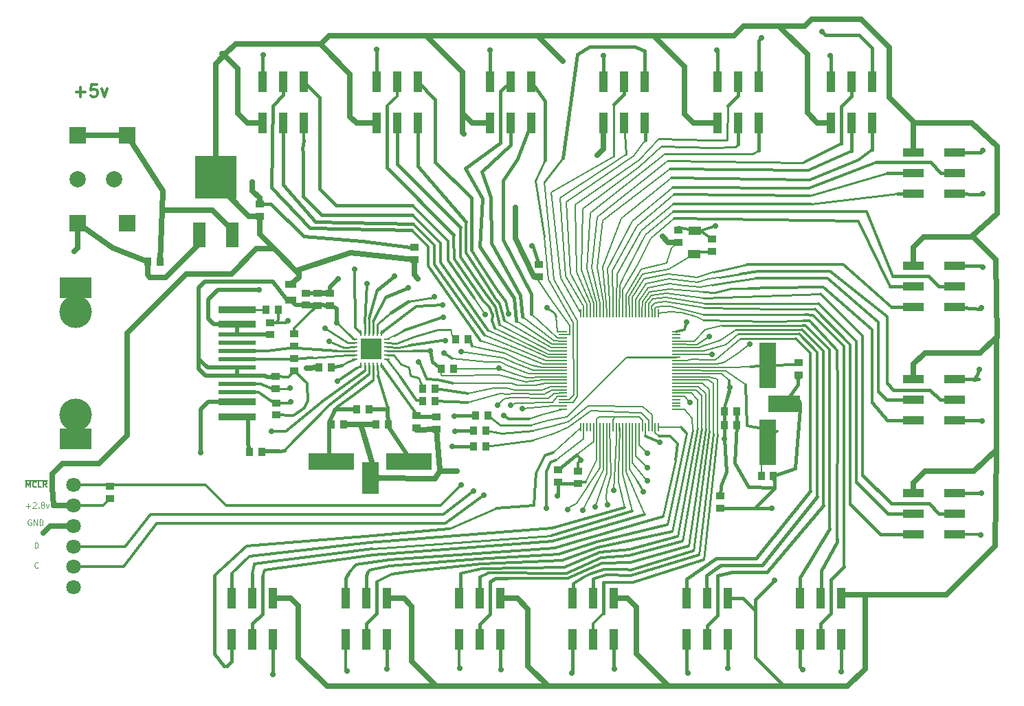
<source format=gtl>
G04 (created by PCBNEW (2013-08-24 BZR 4298)-stable) date Sat 25 Jan 2014 07:06:08 PM PST*
%MOIN*%
G04 Gerber Fmt 3.4, Leading zero omitted, Abs format*
%FSLAX34Y34*%
G01*
G70*
G90*
G04 APERTURE LIST*
%ADD10C,0.005906*%
%ADD11C,0.003937*%
%ADD12C,0.011811*%
%ADD13C,0.006890*%
%ADD14R,0.039000X0.100000*%
%ADD15R,0.100000X0.039000*%
%ADD16R,0.035400X0.039400*%
%ADD17R,0.039400X0.035400*%
%ADD18C,0.070866*%
%ADD19C,0.078700*%
%ADD20R,0.078700X0.078700*%
%ADD21R,0.181102X0.031890*%
%ADD22R,0.181102X0.024016*%
%ADD23C,0.157480*%
%ADD24R,0.153543X0.098425*%
%ADD25R,0.220472X0.082677*%
%ADD26R,0.082677X0.157480*%
%ADD27R,0.082677X0.220472*%
%ADD28R,0.157480X0.082677*%
%ADD29R,0.059100X0.039400*%
%ADD30R,0.061000X0.039400*%
%ADD31R,0.055000X0.035000*%
%ADD32R,0.060000X0.120000*%
%ADD33R,0.200000X0.210000*%
%ADD34R,0.098400X0.098400*%
%ADD35O,0.009800X0.031500*%
%ADD36O,0.031500X0.009800*%
%ADD37C,0.023622*%
%ADD38R,0.005906X0.039400*%
%ADD39R,0.039400X0.005906*%
%ADD40C,0.027559*%
%ADD41C,0.007874*%
%ADD42C,0.007087*%
%ADD43C,0.015748*%
%ADD44C,0.027559*%
%ADD45C,0.009843*%
%ADD46C,0.019685*%
%ADD47C,0.039370*%
G04 APERTURE END LIST*
G54D10*
G54D11*
X10471Y-52614D02*
X10458Y-52627D01*
X10418Y-52640D01*
X10392Y-52640D01*
X10353Y-52627D01*
X10326Y-52601D01*
X10313Y-52574D01*
X10300Y-52522D01*
X10300Y-52482D01*
X10313Y-52430D01*
X10326Y-52404D01*
X10353Y-52377D01*
X10392Y-52364D01*
X10418Y-52364D01*
X10458Y-52377D01*
X10471Y-52391D01*
X10313Y-51671D02*
X10313Y-51396D01*
X10379Y-51396D01*
X10418Y-51409D01*
X10444Y-51435D01*
X10458Y-51461D01*
X10471Y-51514D01*
X10471Y-51553D01*
X10458Y-51606D01*
X10444Y-51632D01*
X10418Y-51658D01*
X10379Y-51671D01*
X10313Y-51671D01*
G54D12*
X12310Y-29540D02*
X12760Y-29540D01*
X12535Y-29765D02*
X12535Y-29315D01*
X13322Y-29174D02*
X13041Y-29174D01*
X13013Y-29455D01*
X13041Y-29427D01*
X13097Y-29399D01*
X13238Y-29399D01*
X13294Y-29427D01*
X13322Y-29455D01*
X13350Y-29512D01*
X13350Y-29652D01*
X13322Y-29708D01*
X13294Y-29737D01*
X13238Y-29765D01*
X13097Y-29765D01*
X13041Y-29737D01*
X13013Y-29708D01*
X13547Y-29371D02*
X13688Y-29765D01*
X13828Y-29371D01*
G54D11*
X10128Y-50307D02*
X10102Y-50293D01*
X10062Y-50293D01*
X10023Y-50307D01*
X9997Y-50333D01*
X9984Y-50359D01*
X9971Y-50412D01*
X9971Y-50451D01*
X9984Y-50503D01*
X9997Y-50530D01*
X10023Y-50556D01*
X10062Y-50569D01*
X10089Y-50569D01*
X10128Y-50556D01*
X10141Y-50543D01*
X10141Y-50451D01*
X10089Y-50451D01*
X10259Y-50569D02*
X10259Y-50293D01*
X10417Y-50569D01*
X10417Y-50293D01*
X10548Y-50569D02*
X10548Y-50293D01*
X10614Y-50293D01*
X10653Y-50307D01*
X10679Y-50333D01*
X10692Y-50359D01*
X10706Y-50412D01*
X10706Y-50451D01*
X10692Y-50503D01*
X10679Y-50530D01*
X10653Y-50556D01*
X10614Y-50569D01*
X10548Y-50569D01*
X9891Y-49629D02*
X10101Y-49629D01*
X9996Y-49734D02*
X9996Y-49524D01*
X10219Y-49485D02*
X10232Y-49472D01*
X10258Y-49459D01*
X10324Y-49459D01*
X10350Y-49472D01*
X10363Y-49485D01*
X10376Y-49511D01*
X10376Y-49538D01*
X10363Y-49577D01*
X10206Y-49734D01*
X10376Y-49734D01*
X10494Y-49708D02*
X10507Y-49721D01*
X10494Y-49734D01*
X10481Y-49721D01*
X10494Y-49708D01*
X10494Y-49734D01*
X10665Y-49577D02*
X10639Y-49564D01*
X10625Y-49551D01*
X10612Y-49524D01*
X10612Y-49511D01*
X10625Y-49485D01*
X10639Y-49472D01*
X10665Y-49459D01*
X10717Y-49459D01*
X10744Y-49472D01*
X10757Y-49485D01*
X10770Y-49511D01*
X10770Y-49524D01*
X10757Y-49551D01*
X10744Y-49564D01*
X10717Y-49577D01*
X10665Y-49577D01*
X10639Y-49590D01*
X10625Y-49603D01*
X10612Y-49629D01*
X10612Y-49682D01*
X10625Y-49708D01*
X10639Y-49721D01*
X10665Y-49734D01*
X10717Y-49734D01*
X10744Y-49721D01*
X10757Y-49708D01*
X10770Y-49682D01*
X10770Y-49629D01*
X10757Y-49603D01*
X10744Y-49590D01*
X10717Y-49577D01*
X10862Y-49551D02*
X10927Y-49734D01*
X10993Y-49551D01*
G54D13*
X9906Y-48723D02*
X9906Y-48447D01*
X9998Y-48644D01*
X10090Y-48447D01*
X10090Y-48723D01*
X10379Y-48696D02*
X10366Y-48709D01*
X10326Y-48723D01*
X10300Y-48723D01*
X10261Y-48709D01*
X10234Y-48683D01*
X10221Y-48657D01*
X10208Y-48604D01*
X10208Y-48565D01*
X10221Y-48513D01*
X10234Y-48486D01*
X10261Y-48460D01*
X10300Y-48447D01*
X10326Y-48447D01*
X10366Y-48460D01*
X10379Y-48473D01*
X10628Y-48723D02*
X10497Y-48723D01*
X10497Y-48447D01*
X10877Y-48723D02*
X10786Y-48591D01*
X10720Y-48723D02*
X10720Y-48447D01*
X10825Y-48447D01*
X10851Y-48460D01*
X10864Y-48473D01*
X10877Y-48500D01*
X10877Y-48539D01*
X10864Y-48565D01*
X10851Y-48578D01*
X10825Y-48591D01*
X10720Y-48591D01*
X9841Y-48400D02*
X10930Y-48400D01*
G54D14*
X19866Y-56118D03*
X20866Y-56118D03*
X21866Y-56118D03*
X21866Y-54118D03*
X20866Y-54118D03*
X19866Y-54118D03*
X25377Y-56118D03*
X26377Y-56118D03*
X27377Y-56118D03*
X27377Y-54118D03*
X26377Y-54118D03*
X25377Y-54118D03*
X30889Y-56118D03*
X31889Y-56118D03*
X32889Y-56118D03*
X32889Y-54118D03*
X31889Y-54118D03*
X30889Y-54118D03*
X36401Y-56118D03*
X37401Y-56118D03*
X38401Y-56118D03*
X38401Y-54118D03*
X37401Y-54118D03*
X36401Y-54118D03*
X41913Y-56118D03*
X42913Y-56118D03*
X43913Y-56118D03*
X43913Y-54118D03*
X42913Y-54118D03*
X41913Y-54118D03*
X47425Y-56118D03*
X48425Y-56118D03*
X49425Y-56118D03*
X49425Y-54118D03*
X48425Y-54118D03*
X47425Y-54118D03*
G54D15*
X52937Y-49000D03*
X52937Y-50000D03*
X52937Y-51000D03*
X54937Y-51000D03*
X54937Y-50000D03*
X54937Y-49000D03*
X52937Y-43488D03*
X52937Y-44488D03*
X52937Y-45488D03*
X54937Y-45488D03*
X54937Y-44488D03*
X54937Y-43488D03*
X52937Y-37976D03*
X52937Y-38976D03*
X52937Y-39976D03*
X54937Y-39976D03*
X54937Y-38976D03*
X54937Y-37976D03*
X52937Y-32464D03*
X52937Y-33464D03*
X52937Y-34464D03*
X54937Y-34464D03*
X54937Y-33464D03*
X54937Y-32464D03*
G54D14*
X48925Y-31052D03*
X49925Y-31052D03*
X50925Y-31052D03*
X50925Y-29052D03*
X49925Y-29052D03*
X48925Y-29052D03*
X43413Y-31052D03*
X44413Y-31052D03*
X45413Y-31052D03*
X45413Y-29052D03*
X44413Y-29052D03*
X43413Y-29052D03*
X37901Y-31052D03*
X38901Y-31052D03*
X39901Y-31052D03*
X39901Y-29052D03*
X38901Y-29052D03*
X37901Y-29052D03*
X32389Y-31052D03*
X33389Y-31052D03*
X34389Y-31052D03*
X34389Y-29052D03*
X33389Y-29052D03*
X32389Y-29052D03*
X26877Y-31052D03*
X27877Y-31052D03*
X28877Y-31052D03*
X28877Y-29052D03*
X27877Y-29052D03*
X26877Y-29052D03*
G54D16*
X44351Y-45059D03*
X43759Y-45059D03*
G54D17*
X43169Y-36672D03*
X43169Y-37264D03*
G54D18*
X12200Y-52592D03*
X12200Y-53592D03*
X12200Y-48600D03*
X12200Y-49600D03*
X12200Y-51596D03*
X12200Y-50596D03*
G54D19*
X14163Y-33779D03*
G54D20*
X12391Y-31649D03*
X14793Y-31649D03*
X12391Y-35911D03*
X14793Y-35911D03*
G54D19*
X12391Y-33779D03*
G54D17*
X28740Y-37089D03*
X28740Y-37681D03*
X23464Y-39294D03*
X23464Y-39886D03*
X28830Y-45851D03*
X28830Y-45259D03*
G54D21*
X20137Y-40102D03*
X20137Y-40826D03*
G54D22*
X20137Y-41299D03*
X20137Y-41700D03*
X20137Y-42503D03*
X20137Y-44102D03*
X20137Y-43299D03*
G54D21*
X20137Y-45299D03*
X20137Y-44574D03*
G54D22*
X20137Y-42901D03*
X20137Y-43700D03*
G54D23*
X12295Y-45200D03*
X12295Y-40200D03*
G54D22*
X20137Y-42102D03*
G54D24*
X12295Y-39039D03*
X12295Y-46362D03*
G54D25*
X28444Y-47476D03*
X24704Y-47476D03*
G54D26*
X26574Y-48263D03*
G54D27*
X45870Y-42814D03*
X45870Y-46555D03*
G54D28*
X46657Y-44685D03*
G54D16*
X24105Y-42925D03*
X24697Y-42925D03*
G54D29*
X42305Y-37426D03*
G54D30*
X42309Y-36274D03*
G54D31*
X22708Y-38888D03*
X22708Y-39638D03*
G54D17*
X29803Y-45906D03*
X29803Y-45314D03*
G54D16*
X27441Y-45681D03*
X26849Y-45681D03*
X24684Y-45688D03*
X25276Y-45688D03*
G54D17*
X24610Y-39322D03*
X24610Y-39914D03*
X24023Y-39302D03*
X24023Y-39894D03*
G54D16*
X15796Y-37765D03*
X16388Y-37765D03*
G54D17*
X34759Y-37904D03*
X34759Y-38496D03*
X21210Y-34969D03*
X21210Y-35561D03*
G54D16*
X30607Y-42960D03*
X30015Y-42960D03*
G54D17*
X35685Y-48477D03*
X35685Y-47885D03*
X36653Y-48547D03*
X36653Y-47955D03*
X41539Y-36235D03*
X41539Y-36827D03*
X43559Y-49736D03*
X43559Y-49144D03*
X47370Y-43264D03*
X47370Y-42672D03*
G54D16*
X46134Y-48161D03*
X45542Y-48161D03*
X44355Y-45720D03*
X43763Y-45720D03*
X32280Y-45232D03*
X31688Y-45232D03*
X32177Y-46728D03*
X31585Y-46728D03*
X32185Y-45988D03*
X31593Y-45988D03*
X25924Y-44940D03*
X26516Y-44940D03*
X29725Y-44535D03*
X29133Y-44535D03*
X29717Y-43948D03*
X29125Y-43948D03*
X31327Y-41539D03*
X30735Y-41539D03*
G54D17*
X22897Y-41862D03*
X22897Y-41270D03*
X22905Y-42475D03*
X22905Y-43067D03*
X22000Y-43945D03*
X22000Y-43353D03*
X22019Y-44633D03*
X22019Y-45225D03*
G54D16*
X21307Y-47019D03*
X20715Y-47019D03*
G54D17*
X13946Y-48670D03*
X13946Y-49262D03*
G54D16*
X22130Y-40106D03*
X21538Y-40106D03*
G54D17*
X21720Y-41323D03*
X21720Y-40731D03*
G54D14*
X21366Y-31052D03*
X22366Y-31052D03*
X23366Y-31052D03*
X23366Y-29052D03*
X22366Y-29052D03*
X21366Y-29052D03*
G54D32*
X18284Y-36491D03*
X19884Y-36491D03*
G54D33*
X19084Y-33691D03*
G54D34*
X26618Y-42019D03*
G54D35*
X26126Y-42806D03*
X26323Y-42806D03*
X26520Y-42806D03*
X26716Y-42806D03*
X26913Y-42806D03*
X27110Y-42806D03*
G54D36*
X27405Y-42511D03*
X27405Y-42314D03*
X27405Y-42117D03*
X27405Y-41921D03*
X27405Y-41724D03*
X27405Y-41527D03*
G54D35*
X27110Y-41232D03*
X26913Y-41232D03*
X26716Y-41232D03*
X26520Y-41232D03*
X26323Y-41232D03*
X26126Y-41232D03*
G54D36*
X25831Y-41527D03*
X25831Y-41724D03*
X25831Y-41921D03*
X25831Y-42117D03*
X25831Y-42314D03*
X25831Y-42511D03*
G54D37*
X26618Y-42019D03*
X26318Y-41719D03*
X26318Y-42319D03*
X26918Y-41719D03*
X26918Y-42319D03*
G54D38*
X36781Y-40293D03*
X36938Y-40293D03*
X37253Y-40293D03*
X37096Y-40293D03*
X37726Y-40293D03*
X37883Y-40293D03*
X37568Y-40293D03*
X37411Y-40293D03*
X38671Y-40293D03*
X38828Y-40293D03*
X38356Y-40293D03*
X38513Y-40293D03*
X38198Y-40293D03*
X38041Y-40293D03*
X39143Y-40293D03*
X38986Y-40293D03*
X40560Y-40293D03*
X39930Y-40293D03*
X40088Y-40293D03*
X40403Y-40293D03*
X40245Y-40293D03*
X39615Y-40293D03*
X39773Y-40293D03*
X39458Y-40293D03*
X39300Y-40293D03*
G54D39*
X41427Y-41164D03*
X41427Y-41321D03*
X41427Y-41636D03*
X41427Y-41478D03*
X41427Y-42108D03*
X41427Y-42266D03*
X41427Y-41951D03*
X41427Y-41793D03*
X41427Y-43053D03*
X41427Y-43211D03*
X41427Y-42738D03*
X41427Y-42896D03*
X41427Y-42581D03*
X41427Y-42423D03*
X41427Y-43526D03*
X41427Y-43368D03*
X41427Y-44943D03*
X41427Y-44313D03*
X41427Y-44471D03*
X41427Y-44786D03*
X41427Y-44628D03*
X41427Y-43998D03*
X41427Y-44156D03*
X41427Y-43841D03*
X41427Y-43683D03*
G54D38*
X39302Y-45809D03*
X39460Y-45809D03*
X39775Y-45809D03*
X39617Y-45809D03*
X40247Y-45809D03*
X40405Y-45809D03*
X40090Y-45809D03*
X39932Y-45809D03*
X40562Y-45809D03*
G54D39*
X35909Y-43681D03*
X35909Y-43839D03*
X35909Y-44154D03*
X35909Y-43996D03*
X35909Y-44626D03*
X35909Y-44784D03*
X35909Y-44469D03*
X35909Y-44311D03*
X35909Y-44941D03*
X35909Y-43366D03*
X35909Y-43524D03*
X35909Y-42421D03*
X35909Y-42579D03*
X35909Y-42894D03*
X35909Y-42736D03*
X35909Y-43209D03*
X35909Y-43051D03*
X35909Y-41791D03*
X35909Y-41949D03*
X35909Y-42264D03*
X35909Y-42106D03*
X35909Y-41476D03*
X35909Y-41634D03*
X35909Y-41319D03*
X35909Y-41162D03*
G54D38*
X38988Y-45809D03*
X39145Y-45809D03*
X38043Y-45809D03*
X38200Y-45809D03*
X38515Y-45809D03*
X38358Y-45809D03*
X38830Y-45809D03*
X38673Y-45809D03*
X37413Y-45809D03*
X37570Y-45809D03*
X37885Y-45809D03*
X37728Y-45809D03*
X37098Y-45809D03*
X37255Y-45809D03*
X36940Y-45809D03*
X36783Y-45809D03*
G54D40*
X46185Y-53236D03*
X40755Y-36543D03*
X33618Y-35149D03*
X31129Y-31570D03*
X35909Y-28035D03*
X37598Y-32625D03*
X38381Y-48866D03*
X36783Y-47405D03*
X43759Y-46389D03*
X40610Y-46539D03*
X44011Y-43889D03*
X42098Y-44625D03*
X28887Y-38622D03*
X29492Y-42118D03*
X30088Y-39891D03*
X43023Y-41401D03*
X43141Y-42271D03*
X30108Y-40462D03*
X30157Y-42224D03*
X29675Y-39488D03*
X30220Y-41606D03*
X35153Y-40011D03*
X24948Y-40736D03*
X25003Y-43582D03*
X32838Y-42952D03*
X46051Y-49740D03*
X20866Y-33913D03*
X34409Y-37000D03*
X38429Y-57539D03*
X32933Y-57574D03*
X27389Y-57531D03*
X21866Y-57814D03*
X43933Y-57507D03*
X49433Y-57661D03*
X56232Y-49015D03*
X56110Y-43019D03*
X56295Y-38039D03*
X56275Y-32385D03*
X48885Y-27779D03*
X43405Y-27500D03*
X32401Y-27519D03*
X26905Y-27476D03*
X21385Y-27755D03*
X37885Y-27763D03*
X35657Y-49133D03*
X41921Y-40696D03*
X44980Y-41791D03*
X43338Y-36039D03*
X10708Y-50944D03*
X12214Y-37273D03*
X18358Y-47059D03*
X25011Y-38610D03*
X21188Y-39149D03*
X23503Y-42952D03*
X30779Y-47940D03*
X45561Y-26909D03*
X32100Y-49100D03*
X33964Y-44909D03*
X48474Y-26604D03*
X33059Y-45251D03*
X31600Y-48900D03*
X30661Y-45271D03*
X27748Y-38472D03*
X26429Y-38858D03*
X30551Y-46751D03*
X30700Y-46000D03*
X25830Y-38129D03*
X22574Y-40629D03*
X21779Y-46000D03*
X37487Y-49676D03*
X41976Y-57728D03*
X47566Y-57574D03*
X38090Y-49570D03*
X56204Y-51031D03*
X39830Y-48929D03*
X56271Y-45500D03*
X40011Y-48421D03*
X56220Y-40019D03*
X40029Y-47775D03*
X40019Y-47066D03*
X56279Y-34460D03*
X33295Y-40307D03*
X33401Y-44728D03*
X32155Y-40334D03*
X32751Y-44748D03*
X35118Y-49755D03*
X25444Y-57645D03*
X30933Y-57507D03*
X36161Y-49799D03*
X36884Y-49849D03*
X36366Y-57751D03*
X24397Y-41007D03*
X22688Y-43921D03*
X24598Y-41637D03*
X22728Y-44582D03*
X28435Y-39055D03*
X28937Y-42629D03*
X31003Y-42155D03*
X31000Y-48600D03*
G54D41*
X30145Y-43295D02*
X30047Y-43295D01*
X32807Y-43279D02*
X30421Y-43299D01*
G54D42*
X34129Y-43602D02*
X32807Y-43279D01*
X34960Y-43524D02*
X34129Y-43602D01*
X35909Y-43524D02*
X34960Y-43524D01*
G54D41*
X30421Y-43299D02*
X30145Y-43295D01*
X30015Y-43263D02*
X30015Y-42960D01*
X30047Y-43295D02*
X30015Y-43263D01*
G54D43*
X29492Y-42118D02*
X29596Y-42644D01*
X29596Y-42644D02*
X30015Y-42960D01*
X43763Y-45720D02*
X43763Y-46386D01*
G54D41*
X43763Y-46386D02*
X43759Y-46389D01*
G54D12*
X36783Y-47405D02*
X36783Y-47338D01*
X36597Y-47152D02*
X36597Y-47152D01*
X36783Y-47338D02*
X36597Y-47152D01*
G54D43*
X46185Y-53236D02*
X45242Y-54179D01*
X45242Y-54179D02*
X45242Y-54702D01*
G54D44*
X41539Y-36827D02*
X41040Y-36827D01*
X41040Y-36827D02*
X40755Y-36543D01*
X34759Y-38496D02*
X34531Y-38511D01*
X33629Y-36641D02*
X33618Y-35149D01*
X34531Y-38511D02*
X33629Y-36641D01*
X31062Y-31503D02*
X31062Y-30578D01*
X31129Y-31570D02*
X31062Y-31503D01*
X19381Y-27685D02*
X19437Y-27685D01*
X19437Y-27685D02*
X20153Y-28401D01*
X20153Y-28401D02*
X20153Y-30582D01*
X20153Y-30582D02*
X20623Y-31052D01*
X20623Y-31052D02*
X21366Y-31052D01*
X19381Y-27685D02*
X19570Y-27685D01*
X19084Y-33691D02*
X19084Y-28171D01*
X19084Y-28171D02*
X19570Y-27685D01*
X21210Y-35561D02*
X20699Y-35561D01*
X20699Y-35561D02*
X19084Y-33946D01*
X19084Y-33946D02*
X19084Y-33691D01*
X29795Y-58389D02*
X24476Y-58389D01*
X24476Y-58389D02*
X23098Y-57011D01*
X23098Y-57011D02*
X23098Y-54492D01*
X23098Y-54492D02*
X22724Y-54118D01*
X22724Y-54118D02*
X21866Y-54118D01*
X35350Y-58389D02*
X29795Y-58389D01*
X28216Y-54118D02*
X27377Y-54118D01*
X29795Y-58389D02*
X28594Y-57188D01*
X28594Y-57188D02*
X28594Y-54496D01*
X28594Y-54496D02*
X28216Y-54118D01*
X41090Y-58389D02*
X35350Y-58389D01*
X35350Y-58389D02*
X35220Y-58389D01*
X35220Y-58389D02*
X34228Y-57397D01*
X34228Y-57397D02*
X34228Y-54633D01*
X34228Y-54633D02*
X33712Y-54118D01*
X33712Y-54118D02*
X32889Y-54118D01*
X46665Y-58389D02*
X41090Y-58389D01*
X41090Y-58389D02*
X41066Y-58389D01*
X41066Y-58389D02*
X39480Y-56803D01*
X39480Y-56803D02*
X39480Y-54531D01*
X39480Y-54531D02*
X39066Y-54118D01*
X39066Y-54118D02*
X38401Y-54118D01*
X50578Y-53944D02*
X50578Y-57551D01*
X50578Y-57551D02*
X49740Y-58389D01*
X49740Y-58389D02*
X46665Y-58389D01*
G54D43*
X44657Y-54118D02*
X43913Y-54118D01*
X45242Y-54702D02*
X44657Y-54118D01*
X45255Y-54716D02*
X45242Y-54702D01*
X46665Y-58389D02*
X45255Y-56980D01*
X45255Y-56980D02*
X45255Y-54716D01*
G54D44*
X56966Y-46897D02*
X56903Y-51580D01*
X56903Y-51580D02*
X54539Y-53944D01*
X54539Y-53944D02*
X50578Y-53944D01*
X49598Y-53944D02*
X49425Y-54118D01*
X50578Y-53944D02*
X49598Y-53944D01*
X56966Y-41450D02*
X56966Y-46897D01*
X56966Y-46897D02*
X56966Y-46911D01*
X56966Y-46911D02*
X55862Y-47937D01*
X55862Y-47937D02*
X53503Y-47937D01*
X53503Y-47937D02*
X52937Y-48503D01*
X52937Y-48503D02*
X52937Y-49000D01*
X55661Y-36586D02*
X55838Y-36586D01*
X55838Y-36586D02*
X56913Y-37661D01*
X56913Y-37661D02*
X56976Y-41440D01*
X56976Y-41440D02*
X56966Y-41450D01*
X52937Y-42740D02*
X52937Y-43488D01*
X56966Y-41450D02*
X56141Y-42196D01*
X56141Y-42196D02*
X53480Y-42196D01*
X53480Y-42196D02*
X52937Y-42740D01*
X52937Y-31043D02*
X55748Y-31043D01*
X55748Y-31043D02*
X56976Y-32165D01*
X56976Y-32165D02*
X56976Y-35440D01*
X56976Y-35440D02*
X55724Y-36586D01*
X55724Y-36586D02*
X55661Y-36586D01*
X52937Y-37086D02*
X52937Y-37976D01*
X55661Y-36586D02*
X53437Y-36586D01*
X53437Y-36586D02*
X52937Y-37086D01*
X46401Y-26346D02*
X47665Y-26346D01*
X47665Y-26346D02*
X47988Y-26023D01*
X47988Y-26023D02*
X50397Y-26023D01*
X50397Y-26023D02*
X51763Y-27389D01*
X51763Y-27389D02*
X51763Y-29818D01*
X51763Y-29818D02*
X52937Y-30992D01*
X52937Y-30992D02*
X52937Y-31043D01*
X52937Y-31043D02*
X52937Y-32464D01*
X40259Y-26801D02*
X44214Y-26801D01*
X44214Y-26801D02*
X44681Y-26334D01*
X44681Y-26334D02*
X46389Y-26334D01*
X46389Y-26334D02*
X46401Y-26346D01*
X48273Y-31052D02*
X48925Y-31052D01*
X46401Y-26346D02*
X47775Y-27720D01*
X47775Y-27720D02*
X47775Y-30555D01*
X47775Y-30555D02*
X48273Y-31052D01*
X34606Y-26801D02*
X40259Y-26801D01*
X40259Y-26801D02*
X40312Y-26801D01*
X40312Y-26801D02*
X41822Y-28311D01*
X41822Y-28311D02*
X41822Y-30606D01*
X41822Y-30606D02*
X42269Y-31052D01*
X42269Y-31052D02*
X43413Y-31052D01*
X29289Y-26801D02*
X34606Y-26801D01*
X34606Y-26801D02*
X34675Y-26801D01*
X34675Y-26801D02*
X35909Y-28035D01*
X37598Y-32625D02*
X37905Y-32318D01*
X37905Y-32318D02*
X37905Y-31056D01*
X37905Y-31056D02*
X37901Y-31052D01*
X24153Y-27212D02*
X24181Y-27212D01*
X24181Y-27212D02*
X24598Y-26795D01*
X24598Y-26795D02*
X29283Y-26795D01*
X29283Y-26795D02*
X29289Y-26801D01*
X31537Y-31052D02*
X32389Y-31052D01*
X31062Y-30578D02*
X31537Y-31052D01*
X31062Y-28574D02*
X31062Y-30578D01*
X29289Y-26801D02*
X31062Y-28574D01*
X25907Y-31052D02*
X26877Y-31052D01*
X24153Y-27212D02*
X25606Y-28665D01*
X25606Y-28665D02*
X25606Y-30751D01*
X25606Y-30751D02*
X25907Y-31052D01*
X20043Y-27212D02*
X24153Y-27212D01*
X19570Y-27685D02*
X20043Y-27212D01*
G54D42*
X38515Y-45809D02*
X38507Y-46389D01*
G54D41*
X38507Y-46389D02*
X38507Y-46396D01*
G54D42*
X38507Y-46396D02*
X38464Y-47688D01*
X38464Y-47688D02*
X38381Y-48866D01*
G54D12*
X36653Y-47535D02*
X36653Y-47955D01*
X36783Y-47405D02*
X36653Y-47535D01*
G54D43*
X43559Y-49144D02*
X43578Y-48649D01*
X43578Y-48649D02*
X43858Y-47988D01*
X43858Y-47988D02*
X43759Y-46389D01*
G54D41*
X40578Y-46508D02*
X40572Y-46508D01*
X40610Y-46539D02*
X40578Y-46508D01*
G54D12*
X44011Y-43889D02*
X43724Y-45024D01*
G54D41*
X43724Y-45024D02*
X43759Y-45059D01*
G54D42*
X41427Y-44313D02*
X41826Y-44313D01*
X41826Y-44313D02*
X42053Y-44580D01*
G54D41*
X44011Y-43889D02*
X44019Y-43881D01*
X42053Y-44580D02*
X42098Y-44625D01*
G54D42*
X38986Y-40293D02*
X38980Y-39381D01*
X38980Y-39381D02*
X39732Y-38149D01*
G54D41*
X39732Y-38149D02*
X40944Y-37854D01*
X40944Y-37854D02*
X40944Y-37854D01*
X40944Y-37854D02*
X41185Y-37125D01*
X41185Y-37125D02*
X41529Y-36837D01*
X41529Y-36837D02*
X41539Y-36827D01*
G54D42*
X35909Y-41319D02*
X36269Y-41319D01*
X35330Y-39562D02*
X34671Y-38574D01*
X36269Y-40875D02*
X35330Y-39562D01*
X36269Y-41240D02*
X36269Y-40875D01*
G54D41*
X36269Y-41319D02*
X36269Y-41240D01*
G54D43*
X43763Y-45720D02*
X43759Y-45059D01*
G54D42*
X41427Y-43211D02*
X43610Y-43216D01*
X43610Y-43216D02*
X44000Y-43543D01*
G54D12*
X44000Y-43543D02*
X44031Y-44068D01*
X44031Y-44068D02*
X43690Y-45078D01*
G54D41*
X39932Y-45809D02*
X39932Y-46230D01*
G54D12*
X39932Y-46230D02*
X40572Y-46508D01*
G54D41*
X40572Y-46508D02*
X40650Y-46541D01*
X40650Y-46541D02*
X40618Y-46574D01*
G54D42*
X37413Y-45809D02*
X37413Y-46500D01*
G54D41*
X37413Y-46500D02*
X36597Y-47152D01*
G54D43*
X36597Y-47152D02*
X35706Y-47863D01*
G54D41*
X35706Y-47863D02*
X35685Y-47885D01*
G54D44*
X21912Y-37152D02*
X21056Y-37152D01*
X11214Y-49600D02*
X12200Y-49600D01*
X11141Y-48759D02*
X11214Y-49600D01*
X11141Y-48061D02*
X11141Y-48759D01*
X11653Y-47568D02*
X11141Y-48061D01*
X13435Y-47568D02*
X11653Y-47568D01*
X14803Y-46200D02*
X13435Y-47568D01*
X14803Y-41230D02*
X14803Y-46200D01*
X17667Y-38366D02*
X14803Y-41230D01*
X19842Y-38366D02*
X17667Y-38366D01*
X21056Y-37152D02*
X19842Y-38366D01*
X21210Y-35561D02*
X21210Y-36450D01*
X21210Y-36450D02*
X21912Y-37152D01*
X21912Y-37152D02*
X23135Y-38375D01*
G54D12*
X12200Y-49600D02*
X13609Y-49600D01*
X13609Y-49600D02*
X13946Y-49262D01*
G54D44*
X28708Y-38409D02*
X28887Y-38622D01*
X23138Y-38323D02*
X23135Y-38375D01*
X22980Y-38220D02*
X23138Y-38323D01*
X28740Y-37716D02*
X28708Y-38409D01*
X22980Y-38220D02*
X25633Y-37350D01*
X25633Y-37350D02*
X28704Y-37676D01*
X28704Y-37676D02*
X28740Y-37716D01*
G54D12*
X28645Y-42114D02*
X29492Y-42118D01*
G54D44*
X23135Y-38375D02*
X23125Y-38534D01*
X23125Y-38534D02*
X22708Y-38888D01*
G54D45*
X27405Y-42117D02*
X28645Y-42114D01*
G54D44*
X19884Y-36491D02*
X19884Y-36250D01*
X16488Y-35287D02*
X16488Y-35287D01*
X18921Y-35287D02*
X16488Y-35287D01*
X19884Y-36250D02*
X18921Y-35287D01*
X12391Y-31649D02*
X14793Y-31649D01*
X16388Y-37765D02*
X16488Y-35287D01*
X16488Y-35287D02*
X16526Y-34336D01*
X16526Y-34336D02*
X14793Y-31649D01*
G54D41*
X31327Y-41539D02*
X31415Y-41539D01*
G54D42*
X34909Y-42897D02*
X35909Y-42894D01*
G54D12*
X31415Y-41539D02*
X31525Y-41879D01*
G54D41*
X31525Y-41879D02*
X32106Y-42017D01*
X32106Y-42017D02*
X33082Y-42208D01*
X33082Y-42208D02*
X33763Y-42527D01*
G54D42*
X33763Y-42527D02*
X34417Y-42803D01*
X34417Y-42803D02*
X34909Y-42897D01*
G54D12*
X27110Y-41232D02*
X27318Y-41071D01*
X27318Y-41071D02*
X28830Y-39940D01*
X28830Y-39940D02*
X30088Y-39891D01*
G54D42*
X43011Y-41413D02*
X42440Y-41803D01*
X42440Y-41803D02*
X41427Y-41793D01*
G54D41*
X43023Y-41401D02*
X43011Y-41413D01*
X43141Y-42271D02*
X43134Y-42264D01*
G54D42*
X43134Y-42264D02*
X41427Y-42266D01*
G54D41*
X30006Y-40513D02*
X30057Y-40513D01*
G54D45*
X27724Y-41371D02*
X28232Y-41122D01*
G54D12*
X28232Y-41122D02*
X30006Y-40513D01*
G54D41*
X27405Y-41527D02*
X27724Y-41371D01*
X30057Y-40513D02*
X30108Y-40462D01*
G54D45*
X28437Y-39708D02*
X29655Y-39507D01*
G54D41*
X30562Y-42480D02*
X32212Y-42653D01*
X32212Y-42653D02*
X32905Y-42650D01*
G54D12*
X30157Y-42224D02*
X30562Y-42480D01*
G54D41*
X29655Y-39507D02*
X29675Y-39488D01*
G54D42*
X35909Y-43209D02*
X34799Y-43200D01*
X34799Y-43200D02*
X34255Y-43216D01*
X34255Y-43216D02*
X33227Y-42802D01*
G54D41*
X33227Y-42802D02*
X32905Y-42650D01*
X32905Y-42650D02*
X32901Y-42649D01*
G54D43*
X28437Y-39708D02*
X27598Y-40259D01*
G54D45*
X26917Y-40811D02*
X26913Y-41232D01*
X26917Y-40811D02*
X27598Y-40259D01*
G54D41*
X31311Y-44169D02*
X31311Y-44179D01*
G54D42*
X31311Y-44179D02*
X32570Y-43921D01*
G54D10*
X32570Y-43921D02*
X32977Y-43904D01*
G54D42*
X32977Y-43904D02*
X33201Y-43913D01*
X33201Y-43913D02*
X33586Y-44011D01*
X33586Y-44011D02*
X34917Y-44007D01*
X34917Y-44007D02*
X35326Y-43838D01*
X35326Y-43838D02*
X35909Y-43839D01*
G54D12*
X31311Y-44169D02*
X29787Y-43940D01*
G54D41*
X29717Y-43948D02*
X29787Y-43940D01*
G54D12*
X29725Y-44535D02*
X31338Y-44598D01*
G54D42*
X32901Y-44188D02*
X33240Y-44196D01*
G54D41*
X33240Y-44196D02*
X33551Y-44192D01*
G54D42*
X33551Y-44192D02*
X35015Y-44212D01*
X35015Y-44212D02*
X35405Y-44000D01*
X35405Y-44000D02*
X35909Y-43996D01*
X31338Y-44598D02*
X32901Y-44188D01*
G54D41*
X35670Y-41162D02*
X35909Y-41162D01*
G54D10*
X35580Y-40442D02*
X35670Y-41162D01*
G54D45*
X35511Y-40275D02*
X35580Y-40442D01*
X35153Y-40011D02*
X35511Y-40275D01*
X27405Y-41921D02*
X27960Y-41933D01*
X27960Y-41933D02*
X28444Y-41834D01*
G54D12*
X28444Y-41834D02*
X30251Y-41568D01*
G54D45*
X30251Y-41568D02*
X30220Y-41606D01*
X30220Y-41606D02*
X30228Y-41600D01*
G54D41*
X39500Y-45109D02*
X39709Y-45109D01*
X40090Y-45490D02*
X40090Y-45809D01*
X39709Y-45109D02*
X40090Y-45490D01*
X35511Y-46094D02*
X36200Y-45800D01*
X34480Y-46437D02*
X35511Y-46094D01*
G54D45*
X32177Y-46728D02*
X34480Y-46437D01*
G54D41*
X37291Y-45019D02*
X39500Y-45109D01*
X39500Y-45109D02*
X39600Y-45100D01*
X36200Y-45800D02*
X37291Y-45019D01*
G54D45*
X32272Y-45980D02*
X32948Y-46118D01*
X32948Y-46118D02*
X34480Y-45980D01*
G54D41*
X40244Y-45208D02*
X40247Y-45809D01*
X39799Y-44826D02*
X40244Y-45208D01*
X37169Y-44771D02*
X39799Y-44826D01*
X36185Y-45547D02*
X37169Y-44771D01*
X35342Y-45767D02*
X36185Y-45547D01*
X34480Y-45980D02*
X35342Y-45767D01*
G54D45*
X41427Y-42423D02*
X39033Y-42423D01*
G54D41*
X36118Y-45295D02*
X35216Y-45484D01*
X35216Y-45484D02*
X34400Y-45700D01*
G54D45*
X34400Y-45700D02*
X32900Y-45700D01*
X32900Y-45700D02*
X32280Y-45232D01*
G54D41*
X39033Y-42423D02*
X36118Y-45295D01*
G54D46*
X23464Y-39886D02*
X22956Y-39886D01*
X22956Y-39886D02*
X22708Y-39638D01*
X22708Y-39638D02*
X22508Y-39599D01*
X18271Y-39043D02*
X18271Y-42393D01*
X18555Y-38759D02*
X18271Y-39043D01*
X21846Y-38759D02*
X18555Y-38759D01*
X22508Y-39599D02*
X21846Y-38759D01*
X24948Y-40736D02*
X24948Y-40047D01*
X24948Y-40047D02*
X24610Y-39914D01*
X18271Y-42964D02*
X18271Y-42393D01*
X18271Y-42496D02*
X18271Y-42393D01*
G54D45*
X23530Y-43759D02*
X23530Y-43692D01*
G54D12*
X22870Y-45228D02*
X23385Y-44881D01*
X22019Y-45225D02*
X22870Y-45228D01*
X23530Y-43692D02*
X22905Y-43067D01*
X23385Y-44881D02*
X23558Y-44500D01*
X23558Y-44500D02*
X23530Y-43759D01*
G54D46*
X20137Y-42901D02*
X20137Y-43299D01*
X20137Y-43299D02*
X18606Y-43299D01*
X18606Y-43299D02*
X18271Y-42964D01*
X20137Y-42901D02*
X18677Y-42901D01*
X18677Y-42901D02*
X18271Y-42496D01*
G54D12*
X24023Y-39894D02*
X23700Y-40216D01*
X22897Y-41019D02*
X22897Y-41270D01*
X23700Y-40216D02*
X22897Y-41019D01*
G54D46*
X22000Y-43353D02*
X21550Y-43361D01*
X21488Y-43299D02*
X20137Y-43299D01*
X21550Y-43361D02*
X21488Y-43299D01*
G54D12*
X22000Y-43353D02*
X22611Y-43361D01*
X22611Y-43361D02*
X22905Y-43067D01*
G54D44*
X23476Y-39897D02*
X24023Y-39894D01*
G54D46*
X24023Y-39894D02*
X24051Y-39866D01*
X24051Y-39866D02*
X24610Y-39914D01*
G54D45*
X25831Y-41527D02*
X25700Y-41431D01*
X25700Y-41431D02*
X25600Y-41358D01*
G54D43*
X24979Y-43567D02*
X24979Y-43564D01*
G54D12*
X25913Y-42932D02*
X24979Y-43564D01*
G54D45*
X26126Y-42806D02*
X25913Y-42932D01*
G54D43*
X25003Y-43582D02*
X24979Y-43567D01*
G54D45*
X25600Y-41358D02*
X24948Y-40736D01*
G54D41*
X30607Y-42960D02*
X32830Y-42960D01*
X32830Y-42960D02*
X32838Y-42952D01*
G54D43*
X45161Y-49736D02*
X46047Y-49736D01*
X46047Y-49736D02*
X46051Y-49740D01*
G54D41*
X39775Y-45809D02*
X39775Y-45464D01*
X39775Y-45464D02*
X39616Y-45305D01*
G54D12*
X37008Y-48465D02*
X36736Y-48465D01*
G54D42*
X37570Y-47421D02*
X37008Y-48465D01*
X37570Y-45809D02*
X37570Y-47421D01*
G54D41*
X36736Y-48465D02*
X36653Y-48547D01*
G54D44*
X21210Y-34969D02*
X21210Y-34683D01*
X20866Y-34338D02*
X20866Y-33913D01*
X21210Y-34683D02*
X20866Y-34338D01*
X18284Y-36491D02*
X18284Y-36896D01*
X15796Y-38426D02*
X15796Y-37765D01*
X15901Y-38531D02*
X15796Y-38426D01*
X16649Y-38531D02*
X15901Y-38531D01*
X18284Y-36896D02*
X16649Y-38531D01*
G54D43*
X34759Y-37904D02*
X34496Y-37086D01*
X34496Y-37086D02*
X34409Y-37000D01*
X43559Y-49736D02*
X45161Y-49736D01*
X45161Y-49736D02*
X45209Y-49736D01*
X46181Y-48207D02*
X46134Y-48161D01*
X46181Y-48765D02*
X46181Y-48207D01*
X45209Y-49736D02*
X46181Y-48765D01*
X38401Y-56118D02*
X38401Y-57511D01*
X38401Y-57511D02*
X38429Y-57539D01*
X32889Y-56118D02*
X32889Y-57531D01*
X32889Y-57531D02*
X32933Y-57574D01*
X27377Y-56118D02*
X27377Y-57519D01*
X27377Y-57519D02*
X27389Y-57531D01*
X21866Y-56118D02*
X21866Y-57814D01*
X43913Y-56118D02*
X43913Y-57488D01*
X43913Y-57488D02*
X43933Y-57507D01*
X49425Y-56118D02*
X49425Y-57653D01*
X49425Y-57653D02*
X49433Y-57661D01*
X54937Y-49000D02*
X56216Y-49000D01*
X56216Y-49000D02*
X56232Y-49015D01*
X56086Y-43488D02*
X54937Y-43488D01*
X55870Y-43500D02*
X56086Y-43488D01*
X55988Y-43318D02*
X55870Y-43500D01*
X56110Y-43019D02*
X55988Y-43318D01*
X54937Y-37976D02*
X56232Y-37976D01*
X56232Y-37976D02*
X56295Y-38039D01*
X54937Y-32464D02*
X56196Y-32464D01*
X56196Y-32464D02*
X56275Y-32385D01*
X48925Y-29052D02*
X48925Y-27818D01*
X48925Y-27818D02*
X48885Y-27779D01*
X43413Y-29052D02*
X43413Y-27507D01*
X43413Y-27507D02*
X43405Y-27500D01*
X32389Y-29052D02*
X32389Y-27531D01*
X32389Y-27531D02*
X32401Y-27519D01*
X26877Y-29052D02*
X26877Y-27503D01*
X26877Y-27503D02*
X26905Y-27476D01*
X21366Y-29052D02*
X21366Y-27775D01*
X21366Y-27775D02*
X21385Y-27755D01*
X37901Y-29052D02*
X37901Y-27779D01*
X37901Y-27779D02*
X37885Y-27763D01*
X35685Y-48477D02*
X35685Y-49106D01*
G54D41*
X35685Y-49106D02*
X35657Y-49133D01*
G54D43*
X36653Y-48547D02*
X35755Y-48547D01*
G54D41*
X35755Y-48547D02*
X35685Y-48477D01*
X37570Y-45809D02*
X37570Y-45425D01*
X37677Y-45318D02*
X38470Y-45318D01*
X37570Y-45425D02*
X37677Y-45318D01*
G54D12*
X41427Y-41164D02*
X41811Y-41082D01*
X41811Y-41082D02*
X41921Y-40696D01*
G54D42*
X41427Y-42738D02*
X43377Y-42740D01*
G54D41*
X44401Y-42228D02*
X44980Y-41791D01*
X43377Y-42740D02*
X43720Y-42673D01*
X43720Y-42673D02*
X44401Y-42228D01*
G54D12*
X42309Y-36274D02*
X42276Y-36372D01*
X42276Y-36372D02*
X43338Y-36039D01*
X42309Y-36274D02*
X42582Y-36274D01*
X42582Y-36274D02*
X43169Y-36672D01*
X41539Y-36235D02*
X41500Y-36236D01*
X41500Y-36236D02*
X41514Y-36122D01*
X41514Y-36122D02*
X42309Y-36274D01*
G54D43*
X28740Y-37089D02*
X28516Y-37089D01*
X28516Y-37089D02*
X26200Y-36761D01*
X26200Y-36761D02*
X23346Y-36545D01*
X23346Y-36545D02*
X21770Y-34969D01*
X21770Y-34969D02*
X21210Y-34969D01*
X44355Y-45720D02*
X44259Y-47535D01*
X44259Y-47535D02*
X44940Y-48720D01*
X44940Y-48720D02*
X46181Y-48759D01*
X46181Y-48759D02*
X46173Y-48092D01*
X46173Y-48092D02*
X46134Y-48161D01*
X44351Y-45059D02*
X44355Y-45720D01*
G54D41*
X38358Y-45431D02*
X38358Y-45809D01*
X38484Y-45305D02*
X38470Y-45318D01*
X38470Y-45318D02*
X38358Y-45431D01*
X39616Y-45305D02*
X38484Y-45305D01*
X39775Y-45464D02*
X39616Y-45305D01*
G54D43*
X46134Y-48161D02*
X47204Y-47803D01*
X47435Y-44685D02*
X46657Y-44685D01*
X47395Y-44557D02*
X47435Y-44685D01*
X47411Y-44913D02*
X47395Y-44557D01*
X47204Y-47803D02*
X47411Y-44913D01*
X47440Y-43252D02*
X47440Y-43320D01*
X47440Y-43320D02*
X47248Y-43405D01*
X47248Y-43405D02*
X47342Y-43224D01*
X47342Y-43224D02*
X47314Y-43728D01*
X47314Y-43728D02*
X46657Y-44685D01*
G54D44*
X12200Y-50596D02*
X11057Y-50596D01*
X11057Y-50596D02*
X10708Y-50944D01*
X12391Y-35911D02*
X12391Y-37096D01*
X12391Y-37096D02*
X12214Y-37273D01*
X15796Y-37765D02*
X14102Y-37108D01*
X14102Y-37108D02*
X12391Y-35911D01*
G54D46*
X18740Y-44574D02*
X20137Y-44574D01*
X18740Y-44574D02*
X18358Y-44956D01*
X18358Y-44956D02*
X18358Y-47059D01*
G54D41*
X33060Y-43036D02*
X32862Y-42968D01*
G54D42*
X35909Y-43366D02*
X34940Y-43366D01*
X34940Y-43366D02*
X34145Y-43409D01*
X34145Y-43409D02*
X33507Y-43226D01*
G54D10*
X33507Y-43226D02*
X33060Y-43036D01*
G54D46*
X24023Y-39302D02*
X23472Y-39302D01*
X23472Y-39302D02*
X23464Y-39294D01*
X24610Y-39322D02*
X24610Y-39011D01*
X24610Y-39011D02*
X25011Y-38610D01*
X20137Y-40826D02*
X19003Y-40826D01*
X19003Y-40826D02*
X18720Y-40543D01*
X18720Y-40543D02*
X18720Y-39606D01*
X18720Y-39606D02*
X19177Y-39149D01*
X19177Y-39149D02*
X21188Y-39149D01*
X20137Y-41299D02*
X20137Y-40826D01*
X21720Y-41323D02*
X20162Y-41323D01*
X20162Y-41323D02*
X20137Y-41299D01*
G54D47*
X26574Y-48263D02*
X26901Y-48267D01*
G54D44*
X24105Y-42925D02*
X23503Y-42952D01*
X29941Y-47941D02*
X30779Y-47940D01*
X26122Y-45688D02*
X26901Y-48267D01*
X26901Y-48267D02*
X29736Y-48299D01*
X29736Y-48299D02*
X29941Y-47941D01*
X29941Y-47941D02*
X29968Y-47893D01*
X29968Y-47893D02*
X29803Y-45906D01*
X24610Y-39322D02*
X24210Y-39299D01*
X24210Y-39299D02*
X24023Y-39302D01*
X29803Y-45906D02*
X28830Y-45930D01*
X26849Y-45681D02*
X26198Y-45682D01*
X26198Y-45682D02*
X26122Y-45688D01*
X26122Y-45688D02*
X25276Y-45688D01*
G54D45*
X21538Y-40106D02*
X20141Y-40106D01*
X20141Y-40106D02*
X20137Y-40102D01*
G54D43*
X45561Y-26909D02*
X45413Y-27057D01*
X45413Y-27057D02*
X45413Y-29052D01*
G54D12*
X12200Y-52592D02*
X14608Y-52592D01*
X14608Y-52592D02*
X16239Y-50468D01*
X16239Y-50468D02*
X30239Y-50468D01*
X30239Y-50468D02*
X32100Y-49100D01*
G54D42*
X33964Y-44909D02*
X35464Y-44791D01*
X35464Y-44791D02*
X35909Y-44784D01*
G54D43*
X50925Y-27401D02*
X50925Y-29052D01*
X50295Y-26771D02*
X50925Y-27401D01*
X48641Y-26771D02*
X50295Y-26771D01*
X48474Y-26604D02*
X48641Y-26771D01*
G54D12*
X34300Y-45400D02*
X33300Y-45400D01*
X33300Y-45400D02*
X33059Y-45251D01*
X31600Y-48900D02*
X30129Y-50051D01*
X30129Y-50051D02*
X15929Y-50051D01*
X15929Y-50051D02*
X14704Y-51596D01*
X14704Y-51596D02*
X12200Y-51596D01*
G54D41*
X35909Y-44941D02*
X34905Y-45218D01*
X34905Y-45218D02*
X34300Y-45400D01*
G54D46*
X25924Y-44940D02*
X24898Y-44940D01*
G54D45*
X24574Y-45692D02*
X24684Y-45688D01*
X26716Y-42806D02*
X26712Y-43543D01*
X24948Y-44838D02*
X24898Y-44940D01*
G54D12*
X26712Y-43543D02*
X25795Y-44255D01*
X25795Y-44255D02*
X24948Y-44838D01*
G54D46*
X24583Y-45582D02*
X24574Y-45692D01*
X24898Y-44940D02*
X24583Y-45582D01*
X24574Y-45692D02*
X24574Y-47500D01*
G54D42*
X41427Y-43053D02*
X43818Y-43070D01*
G54D41*
X46318Y-46023D02*
X45870Y-46555D01*
G54D12*
X44776Y-43753D02*
X44842Y-45735D01*
X44842Y-45735D02*
X46318Y-46023D01*
G54D41*
X43818Y-43070D02*
X44776Y-43753D01*
X45542Y-48161D02*
X45564Y-46958D01*
X45555Y-46948D02*
X45870Y-46555D01*
X45564Y-46958D02*
X45555Y-46948D01*
G54D43*
X31688Y-45232D02*
X30748Y-45236D01*
X30748Y-45236D02*
X30661Y-45271D01*
X27748Y-38472D02*
X26925Y-39149D01*
G54D12*
X26925Y-39149D02*
X26527Y-40547D01*
G54D45*
X26527Y-40547D02*
X26527Y-40546D01*
X26520Y-41232D02*
X26527Y-40546D01*
X26527Y-40546D02*
X26527Y-40525D01*
X26323Y-41232D02*
X26311Y-40787D01*
G54D12*
X26429Y-38858D02*
X26311Y-40787D01*
G54D43*
X30574Y-46728D02*
X31585Y-46728D01*
G54D41*
X30551Y-46751D02*
X30574Y-46728D01*
G54D46*
X26516Y-44940D02*
X27440Y-44940D01*
X27440Y-44940D02*
X27440Y-44940D01*
G54D45*
X27441Y-45681D02*
X27525Y-45869D01*
X26913Y-42806D02*
X26960Y-43303D01*
G54D12*
X26960Y-43303D02*
X27440Y-44847D01*
G54D43*
X27440Y-44847D02*
X27440Y-44940D01*
G54D46*
X27448Y-45751D02*
X27525Y-45869D01*
X27440Y-44940D02*
X27448Y-45751D01*
X27525Y-45869D02*
X28574Y-47462D01*
G54D45*
X26126Y-41232D02*
X25846Y-40980D01*
G54D12*
X25830Y-38129D02*
X25846Y-40980D01*
G54D43*
X30711Y-45988D02*
X31593Y-45988D01*
X30700Y-46000D02*
X30711Y-45988D01*
G54D45*
X29866Y-41066D02*
X30476Y-41066D01*
G54D41*
X30568Y-41391D02*
X30735Y-41539D01*
X30476Y-41066D02*
X30568Y-41391D01*
G54D45*
X27405Y-41724D02*
X27862Y-41728D01*
X27862Y-41728D02*
X28708Y-41425D01*
X28708Y-41425D02*
X29866Y-41066D01*
X29866Y-41066D02*
X29877Y-41062D01*
G54D12*
X22141Y-46010D02*
X21790Y-46010D01*
G54D45*
X26323Y-42806D02*
X26318Y-43070D01*
G54D12*
X22492Y-46008D02*
X22141Y-46010D01*
X24330Y-44500D02*
X22492Y-46008D01*
X26318Y-43070D02*
X24330Y-44500D01*
X22473Y-40731D02*
X21720Y-40731D01*
G54D45*
X22574Y-40629D02*
X22473Y-40731D01*
X21790Y-46010D02*
X21779Y-46000D01*
G54D12*
X22130Y-40106D02*
X22130Y-40621D01*
G54D45*
X22020Y-40731D02*
X21720Y-40731D01*
G54D12*
X22130Y-40621D02*
X22020Y-40731D01*
G54D46*
X29803Y-45314D02*
X28885Y-45314D01*
X28885Y-45314D02*
X28830Y-45259D01*
G54D12*
X27279Y-43040D02*
X28830Y-45180D01*
X27110Y-42806D02*
X27279Y-43040D01*
G54D46*
X22145Y-46972D02*
X21355Y-46972D01*
G54D43*
X22145Y-46972D02*
X22440Y-46948D01*
G54D45*
X26520Y-42806D02*
X26515Y-43248D01*
G54D12*
X24590Y-44745D02*
X22440Y-46948D01*
X26515Y-43248D02*
X24590Y-44745D01*
G54D45*
X21355Y-46972D02*
X21307Y-47019D01*
G54D12*
X43169Y-37264D02*
X42398Y-37333D01*
X42398Y-37333D02*
X42305Y-37426D01*
G54D42*
X39143Y-40293D02*
X39137Y-39472D01*
X39137Y-39472D02*
X39799Y-38385D01*
G54D41*
X41047Y-38149D02*
X42305Y-37426D01*
X39799Y-38385D02*
X41047Y-38149D01*
G54D45*
X25831Y-42511D02*
X25500Y-42645D01*
X25500Y-42645D02*
X25177Y-42799D01*
G54D43*
X25177Y-42799D02*
X24697Y-42925D01*
G54D12*
X28826Y-44507D02*
X29145Y-44503D01*
G54D45*
X27405Y-42511D02*
X28007Y-43350D01*
G54D12*
X28007Y-43350D02*
X28826Y-44507D01*
G54D45*
X28826Y-44507D02*
X28830Y-44509D01*
G54D10*
X41427Y-42896D02*
X41818Y-42896D01*
G54D42*
X41818Y-42896D02*
X44042Y-42896D01*
G54D12*
X45011Y-42862D02*
X45870Y-42814D01*
G54D41*
X44042Y-42896D02*
X45011Y-42862D01*
X47440Y-42660D02*
X47413Y-42775D01*
G54D12*
X47385Y-42775D02*
X45870Y-42814D01*
G54D41*
X47413Y-42775D02*
X47385Y-42775D01*
G54D45*
X28929Y-43409D02*
X29141Y-43937D01*
X28460Y-42909D02*
X28539Y-43307D01*
X28539Y-43307D02*
X28929Y-43409D01*
X28055Y-42740D02*
X28460Y-42909D01*
X27736Y-42324D02*
X28055Y-42740D01*
X27405Y-42314D02*
X27736Y-42324D01*
G54D12*
X29196Y-43889D02*
X29125Y-43948D01*
X26519Y-51409D02*
X20728Y-52066D01*
X38925Y-49704D02*
X35397Y-50708D01*
X35397Y-50708D02*
X26519Y-51409D01*
G54D42*
X38685Y-45820D02*
X38633Y-48059D01*
X38633Y-48059D02*
X38637Y-48472D01*
X38637Y-48472D02*
X38925Y-49704D01*
G54D43*
X19866Y-52897D02*
X19866Y-54118D01*
G54D12*
X20728Y-52066D02*
X19866Y-52897D01*
G54D43*
X41908Y-53193D02*
X41908Y-54113D01*
G54D12*
X47212Y-41500D02*
X47937Y-42224D01*
X47937Y-42224D02*
X47937Y-48905D01*
G54D43*
X47937Y-48905D02*
X45275Y-52188D01*
X45275Y-52188D02*
X43366Y-52188D01*
X43366Y-52188D02*
X41908Y-53193D01*
G54D42*
X41427Y-42581D02*
X41917Y-42584D01*
X41917Y-42584D02*
X42177Y-42499D01*
X42177Y-42499D02*
X42889Y-42535D01*
X42889Y-42535D02*
X43334Y-42547D01*
G54D45*
X44559Y-41500D02*
X46000Y-41500D01*
G54D41*
X43334Y-42547D02*
X44559Y-41500D01*
G54D45*
X46000Y-41500D02*
X47212Y-41500D01*
G54D41*
X41908Y-54113D02*
X41913Y-54118D01*
G54D43*
X32968Y-53129D02*
X32669Y-53141D01*
G54D12*
X37826Y-52421D02*
X36149Y-53153D01*
X36149Y-53153D02*
X33220Y-53141D01*
G54D43*
X33220Y-53141D02*
X32968Y-53129D01*
G54D42*
X41427Y-43841D02*
X42506Y-43841D01*
G54D45*
X42854Y-45893D02*
X42011Y-51574D01*
G54D41*
X42854Y-44161D02*
X42854Y-45893D01*
G54D42*
X42506Y-43841D02*
X42854Y-44161D01*
G54D12*
X42011Y-51574D02*
X39177Y-52389D01*
X39177Y-52389D02*
X37826Y-52421D01*
G54D43*
X31889Y-55385D02*
X31889Y-56118D01*
X32389Y-54885D02*
X31889Y-55385D01*
X32578Y-53169D02*
X32389Y-53311D01*
X32389Y-53311D02*
X32389Y-54885D01*
X32669Y-53141D02*
X32578Y-53169D01*
X36427Y-53412D02*
X36427Y-54092D01*
G54D12*
X37921Y-52704D02*
X37240Y-52933D01*
X37240Y-52933D02*
X36964Y-53062D01*
X36964Y-53062D02*
X36427Y-53412D01*
G54D42*
X41427Y-43683D02*
X42683Y-43683D01*
G54D45*
X43039Y-45984D02*
X42259Y-51814D01*
G54D41*
X43039Y-43964D02*
X43039Y-45984D01*
G54D42*
X42683Y-43683D02*
X43039Y-43964D01*
G54D12*
X42259Y-51814D02*
X39208Y-52732D01*
X39208Y-52732D02*
X38960Y-52724D01*
X38960Y-52724D02*
X37921Y-52704D01*
G54D41*
X36427Y-54092D02*
X36401Y-54118D01*
X38039Y-52992D02*
X38031Y-52992D01*
G54D43*
X37401Y-53165D02*
X37401Y-54118D01*
G54D12*
X38031Y-52992D02*
X37401Y-53165D01*
X42519Y-52007D02*
X42519Y-52011D01*
G54D42*
X42943Y-43526D02*
X43224Y-43692D01*
G54D41*
X43224Y-43692D02*
X43224Y-46125D01*
G54D45*
X43224Y-46125D02*
X42519Y-52007D01*
G54D42*
X41427Y-43526D02*
X42943Y-43526D01*
G54D12*
X42519Y-52011D02*
X39220Y-53023D01*
X39220Y-53023D02*
X38039Y-52992D01*
G54D41*
X38039Y-52992D02*
X38023Y-53007D01*
G54D12*
X39318Y-53338D02*
X38126Y-53337D01*
G54D43*
X37905Y-53330D02*
X37905Y-54830D01*
G54D12*
X37905Y-54830D02*
X37401Y-55334D01*
X37401Y-55334D02*
X37401Y-56118D01*
X38126Y-53337D02*
X37905Y-53330D01*
G54D45*
X43417Y-46145D02*
X42755Y-52228D01*
G54D42*
X41742Y-43368D02*
X43031Y-43367D01*
X43031Y-43367D02*
X43413Y-43464D01*
G54D41*
X43413Y-43464D02*
X43417Y-46145D01*
G54D10*
X41427Y-43368D02*
X41742Y-43368D01*
G54D12*
X42755Y-52228D02*
X39318Y-53338D01*
G54D41*
X39318Y-53338D02*
X39311Y-53346D01*
G54D42*
X38198Y-40293D02*
X38196Y-39714D01*
X38196Y-39714D02*
X38082Y-38106D01*
G54D41*
X38082Y-38106D02*
X39279Y-35818D01*
G54D43*
X54261Y-33464D02*
X54937Y-33464D01*
X53750Y-32952D02*
X54261Y-33464D01*
X51161Y-32952D02*
X53750Y-32952D01*
G54D12*
X47844Y-34218D02*
X51161Y-32952D01*
X41259Y-34181D02*
X47844Y-34218D01*
G54D41*
X39279Y-35818D02*
X41259Y-34181D01*
G54D42*
X38041Y-40293D02*
X38039Y-39814D01*
X38039Y-39814D02*
X37850Y-38051D01*
G54D41*
X37850Y-38051D02*
X38744Y-35685D01*
X38744Y-35685D02*
X38744Y-35685D01*
G54D43*
X50925Y-32342D02*
X50925Y-31052D01*
G54D12*
X47899Y-33805D02*
X50251Y-32858D01*
X50251Y-32858D02*
X50925Y-32342D01*
X41188Y-33700D02*
X47899Y-33805D01*
G54D41*
X38744Y-35685D02*
X41188Y-33700D01*
G54D42*
X38043Y-48027D02*
X37487Y-49676D01*
X38043Y-45809D02*
X38043Y-48027D01*
G54D43*
X41913Y-57665D02*
X41913Y-56118D01*
G54D41*
X41976Y-57728D02*
X41913Y-57665D01*
G54D42*
X38200Y-45809D02*
X38244Y-48125D01*
G54D43*
X47425Y-57433D02*
X47425Y-56118D01*
X47566Y-57574D02*
X47425Y-57433D01*
G54D42*
X38023Y-49279D02*
X38090Y-49570D01*
X38055Y-48838D02*
X38023Y-49279D01*
X38244Y-48125D02*
X38055Y-48838D01*
X39145Y-45809D02*
X39145Y-47836D01*
G54D12*
X56145Y-51003D02*
X54937Y-51000D01*
G54D41*
X56228Y-51011D02*
X56169Y-50984D01*
G54D45*
X39507Y-48417D02*
X39830Y-48929D01*
G54D42*
X39145Y-47836D02*
X39507Y-48417D01*
X39302Y-45809D02*
X39302Y-47550D01*
G54D43*
X56238Y-45466D02*
X54937Y-45488D01*
G54D41*
X56271Y-45500D02*
X56238Y-45466D01*
X40059Y-48482D02*
X40011Y-48421D01*
G54D42*
X39302Y-47550D02*
X40059Y-48482D01*
X39460Y-45809D02*
X39460Y-47206D01*
G54D43*
X56175Y-40064D02*
X54937Y-39976D01*
G54D41*
X56220Y-40019D02*
X56175Y-40064D01*
G54D42*
X39460Y-47206D02*
X40029Y-47775D01*
X39617Y-45809D02*
X39617Y-46664D01*
X39617Y-46664D02*
X40019Y-47066D01*
G54D41*
X56279Y-34460D02*
X56244Y-34496D01*
G54D43*
X56244Y-34496D02*
X54937Y-34464D01*
G54D41*
X35909Y-44626D02*
X36413Y-44618D01*
G54D43*
X39901Y-27549D02*
X39901Y-29052D01*
X39411Y-27338D02*
X39901Y-27549D01*
X37226Y-27338D02*
X39411Y-27338D01*
X36614Y-27726D02*
X37226Y-27338D01*
G54D41*
X36637Y-44303D02*
X36625Y-41956D01*
G54D42*
X36625Y-41956D02*
X36610Y-40657D01*
X36610Y-40657D02*
X35492Y-38629D01*
G54D41*
X35492Y-38629D02*
X35019Y-33909D01*
G54D45*
X35019Y-33909D02*
X35925Y-32751D01*
G54D43*
X35925Y-32751D02*
X36614Y-27726D01*
G54D41*
X36413Y-44618D02*
X36637Y-44303D01*
X35909Y-44469D02*
X36209Y-44469D01*
G54D43*
X35051Y-29966D02*
X34389Y-29052D01*
X35051Y-32842D02*
X35051Y-29966D01*
G54D45*
X34578Y-33858D02*
X35051Y-32842D01*
G54D42*
X36442Y-44251D02*
X36440Y-40759D01*
X36440Y-40759D02*
X35236Y-38653D01*
G54D41*
X35236Y-38653D02*
X35015Y-36590D01*
G54D45*
X35015Y-36590D02*
X34578Y-33858D01*
G54D41*
X36209Y-44469D02*
X36442Y-44251D01*
G54D12*
X32742Y-39161D02*
X31988Y-37998D01*
G54D41*
X35909Y-44311D02*
X35641Y-44311D01*
G54D42*
X35641Y-44311D02*
X35409Y-44594D01*
X35409Y-44594D02*
X33657Y-44629D01*
X33657Y-44629D02*
X33401Y-44728D01*
G54D12*
X33295Y-40307D02*
X33165Y-39704D01*
X33165Y-39704D02*
X32742Y-39161D01*
G54D41*
X29724Y-31062D02*
X29734Y-31062D01*
G54D43*
X29724Y-32933D02*
X29724Y-31062D01*
X31501Y-34685D02*
X29724Y-32933D01*
X31501Y-37204D02*
X31501Y-34685D01*
G54D12*
X31988Y-37998D02*
X31501Y-37204D01*
G54D43*
X29734Y-29909D02*
X28877Y-29052D01*
X29734Y-32372D02*
X29734Y-31062D01*
X29734Y-31062D02*
X29734Y-29909D01*
G54D12*
X30361Y-37699D02*
X30361Y-36788D01*
G54D43*
X24133Y-29820D02*
X23366Y-29052D01*
X24133Y-34251D02*
X24133Y-29820D01*
X24931Y-35049D02*
X24133Y-34251D01*
X28622Y-35049D02*
X24931Y-35049D01*
G54D12*
X30361Y-36788D02*
X28622Y-35049D01*
X31622Y-39531D02*
X30361Y-37699D01*
G54D41*
X30361Y-37699D02*
X30344Y-37677D01*
X32155Y-40334D02*
X31622Y-39531D01*
X35909Y-44154D02*
X35503Y-44161D01*
X35503Y-44161D02*
X35240Y-44417D01*
G54D42*
X35240Y-44417D02*
X33425Y-44377D01*
G54D41*
X33425Y-44377D02*
X33200Y-44397D01*
X33200Y-44397D02*
X33042Y-44444D01*
X33042Y-44444D02*
X32751Y-44748D01*
G54D12*
X26729Y-51074D02*
X20594Y-51570D01*
G54D45*
X32700Y-49740D02*
X30389Y-50759D01*
G54D12*
X30389Y-50759D02*
X26729Y-51074D01*
X34522Y-49610D02*
X32700Y-49740D01*
G54D43*
X19866Y-57177D02*
X19866Y-56118D01*
X19622Y-57421D02*
X19866Y-57177D01*
G54D12*
X19492Y-57421D02*
X19622Y-57421D01*
G54D43*
X19019Y-56826D02*
X19492Y-57421D01*
X19019Y-53019D02*
X19019Y-56826D01*
G54D12*
X20594Y-51570D02*
X19019Y-53019D01*
G54D41*
X36783Y-45809D02*
X36783Y-45842D01*
X36783Y-45842D02*
X35448Y-47047D01*
G54D12*
X35448Y-47047D02*
X35051Y-47165D01*
X35051Y-47165D02*
X34618Y-48059D01*
X34590Y-48504D02*
X34522Y-49610D01*
X34618Y-48059D02*
X34590Y-48504D01*
G54D41*
X34522Y-49610D02*
X34520Y-49642D01*
G54D42*
X36940Y-45809D02*
X36940Y-46382D01*
G54D41*
X36940Y-46382D02*
X35598Y-47416D01*
G54D12*
X35598Y-47416D02*
X35311Y-47519D01*
X35311Y-47519D02*
X35118Y-47972D01*
X35118Y-47972D02*
X35118Y-49755D01*
X25444Y-57645D02*
X25377Y-57578D01*
X25377Y-57578D02*
X25377Y-56118D01*
G54D42*
X36578Y-49511D02*
X36240Y-49720D01*
X37728Y-47775D02*
X36578Y-49511D01*
X37728Y-45809D02*
X37728Y-47775D01*
G54D12*
X30889Y-57464D02*
X30889Y-56118D01*
G54D41*
X30933Y-57507D02*
X30889Y-57464D01*
X36240Y-49720D02*
X36161Y-49799D01*
G54D42*
X37885Y-47882D02*
X36884Y-49849D01*
X37885Y-45809D02*
X37885Y-47882D01*
G54D43*
X36401Y-57716D02*
X36401Y-56118D01*
G54D41*
X36366Y-57751D02*
X36401Y-57716D01*
G54D12*
X32667Y-39576D02*
X32293Y-38966D01*
X33096Y-40650D02*
X32870Y-39814D01*
X32870Y-39814D02*
X32667Y-39576D01*
G54D42*
X35346Y-41948D02*
X33096Y-40650D01*
X35909Y-41949D02*
X35346Y-41948D01*
G54D43*
X28877Y-33129D02*
X28877Y-32047D01*
X31216Y-35830D02*
X28877Y-33129D01*
G54D12*
X31212Y-37354D02*
X31216Y-35830D01*
X32293Y-38966D02*
X31212Y-37354D01*
G54D43*
X28877Y-31052D02*
X28877Y-32047D01*
X28877Y-32047D02*
X28877Y-32576D01*
G54D12*
X32649Y-39976D02*
X32035Y-39094D01*
G54D42*
X35909Y-42106D02*
X35295Y-42106D01*
G54D12*
X32864Y-40856D02*
X32649Y-39976D01*
G54D42*
X35295Y-42106D02*
X32864Y-40856D01*
G54D41*
X27874Y-32214D02*
X27877Y-32214D01*
G54D43*
X27874Y-33031D02*
X27874Y-32214D01*
X30944Y-36102D02*
X27874Y-33031D01*
G54D12*
X30944Y-37559D02*
X30944Y-36102D01*
X32035Y-39094D02*
X30944Y-37559D01*
G54D41*
X27877Y-32415D02*
X27877Y-32214D01*
G54D43*
X27877Y-32214D02*
X27877Y-31052D01*
G54D12*
X30640Y-36614D02*
X30640Y-36467D01*
X32355Y-39993D02*
X32059Y-39681D01*
X32059Y-39681D02*
X30645Y-37639D01*
X30645Y-37639D02*
X30640Y-36614D01*
G54D42*
X35236Y-42264D02*
X32608Y-41003D01*
G54D12*
X32608Y-41003D02*
X32484Y-40653D01*
X32484Y-40653D02*
X32509Y-40383D01*
G54D42*
X35909Y-42264D02*
X35236Y-42264D01*
G54D12*
X32509Y-40383D02*
X32355Y-39993D01*
G54D43*
X27391Y-32253D02*
X27401Y-32253D01*
X27391Y-33218D02*
X27391Y-32253D01*
X30640Y-36467D02*
X27391Y-33218D01*
G54D12*
X27877Y-29740D02*
X27877Y-29052D01*
X27401Y-30216D02*
X27877Y-29740D01*
G54D41*
X27401Y-32755D02*
X27401Y-32253D01*
G54D43*
X27401Y-32253D02*
X27401Y-30216D01*
G54D12*
X30000Y-37795D02*
X30000Y-36889D01*
X32299Y-41122D02*
X30000Y-37795D01*
G54D42*
X35186Y-42421D02*
X32299Y-41122D01*
X35909Y-42421D02*
X35186Y-42421D01*
G54D43*
X23336Y-34625D02*
X23336Y-32478D01*
X24212Y-35501D02*
X23336Y-34625D01*
X28612Y-35501D02*
X24212Y-35501D01*
G54D12*
X30000Y-36889D02*
X28612Y-35501D01*
X23366Y-31860D02*
X23366Y-31052D01*
G54D43*
X23287Y-32312D02*
X23366Y-31860D01*
X23336Y-32478D02*
X23287Y-32312D01*
X47429Y-53102D02*
X47429Y-54114D01*
G54D12*
X47566Y-40881D02*
X47704Y-40881D01*
G54D42*
X42277Y-41636D02*
X42822Y-41062D01*
G54D41*
X42822Y-41062D02*
X43614Y-40871D01*
G54D45*
X43614Y-40871D02*
X47566Y-40881D01*
G54D42*
X41427Y-41636D02*
X42277Y-41636D01*
G54D43*
X48854Y-50728D02*
X47429Y-53102D01*
G54D12*
X48854Y-42031D02*
X48854Y-50728D01*
X47704Y-40881D02*
X48854Y-42031D01*
G54D41*
X47429Y-54114D02*
X47425Y-54118D01*
G54D43*
X48464Y-52779D02*
X48464Y-54078D01*
G54D41*
X47897Y-40649D02*
X47925Y-40677D01*
G54D43*
X49208Y-51366D02*
X48464Y-52779D01*
G54D12*
X49259Y-43964D02*
X49216Y-51232D01*
G54D43*
X49216Y-51232D02*
X49208Y-51366D01*
G54D12*
X49240Y-42070D02*
X49259Y-43964D01*
X47925Y-40677D02*
X49240Y-42070D01*
G54D41*
X40560Y-40293D02*
X40551Y-40279D01*
G54D45*
X45940Y-40660D02*
X47590Y-40649D01*
X42718Y-40604D02*
X45940Y-40660D01*
G54D41*
X40551Y-40279D02*
X41114Y-40196D01*
X41114Y-40196D02*
X41657Y-40244D01*
X41657Y-40244D02*
X42397Y-40456D01*
X42397Y-40456D02*
X42718Y-40604D01*
G54D12*
X47590Y-40649D02*
X47897Y-40649D01*
G54D41*
X48464Y-54078D02*
X48425Y-54118D01*
X44192Y-41192D02*
X44192Y-41168D01*
G54D42*
X41427Y-41951D02*
X42515Y-41952D01*
G54D41*
X42787Y-41838D02*
X43539Y-41606D01*
G54D42*
X42515Y-41952D02*
X42787Y-41838D01*
G54D41*
X43539Y-41606D02*
X44192Y-41192D01*
G54D43*
X42913Y-55437D02*
X42913Y-56118D01*
X43413Y-54937D02*
X42913Y-55437D01*
X43413Y-53015D02*
X43413Y-54937D01*
X44118Y-52834D02*
X43413Y-53015D01*
X45838Y-52834D02*
X44118Y-52834D01*
X48555Y-49594D02*
X45838Y-52834D01*
G54D12*
X48555Y-42110D02*
X48555Y-49594D01*
X47531Y-41086D02*
X48555Y-42110D01*
G54D45*
X44338Y-41086D02*
X47531Y-41086D01*
G54D41*
X44192Y-41168D02*
X44338Y-41086D01*
G54D45*
X42778Y-39794D02*
X48310Y-39794D01*
G54D42*
X40090Y-39811D02*
X40287Y-39586D01*
G54D41*
X40287Y-39586D02*
X40913Y-39511D01*
X40913Y-39511D02*
X42778Y-39794D01*
G54D42*
X40088Y-40293D02*
X40090Y-39811D01*
G54D43*
X51696Y-50000D02*
X52937Y-50000D01*
X50161Y-48464D02*
X51696Y-50000D01*
G54D12*
X50161Y-41645D02*
X50161Y-48464D01*
X48310Y-39794D02*
X50161Y-41645D01*
G54D42*
X39930Y-40293D02*
X39925Y-39771D01*
G54D43*
X54169Y-50000D02*
X54937Y-50000D01*
X53681Y-49511D02*
X54169Y-50000D01*
X51850Y-49511D02*
X53681Y-49511D01*
X50468Y-48129D02*
X51850Y-49511D01*
G54D12*
X50468Y-41393D02*
X50468Y-48129D01*
X48413Y-39338D02*
X50468Y-41393D01*
G54D45*
X42736Y-39535D02*
X48413Y-39338D01*
G54D41*
X40960Y-39303D02*
X42736Y-39535D01*
X40228Y-39397D02*
X40960Y-39303D01*
G54D42*
X39925Y-39771D02*
X40228Y-39397D01*
G54D12*
X47669Y-40350D02*
X48055Y-40385D01*
G54D42*
X40403Y-40293D02*
X40405Y-40003D01*
G54D45*
X42740Y-40330D02*
X45590Y-40350D01*
G54D41*
X41118Y-39933D02*
X42740Y-40330D01*
G54D42*
X40696Y-39929D02*
X41118Y-39933D01*
X40405Y-40003D02*
X40696Y-39929D01*
G54D45*
X45590Y-40350D02*
X47669Y-40350D01*
G54D43*
X48425Y-55334D02*
X48425Y-56118D01*
X48921Y-54838D02*
X48425Y-55334D01*
X48921Y-53212D02*
X48921Y-54838D01*
X49559Y-52574D02*
X48921Y-53212D01*
G54D12*
X49551Y-41881D02*
X49559Y-52574D01*
X48055Y-40385D02*
X49551Y-41881D01*
G54D45*
X46397Y-40078D02*
X48149Y-40078D01*
G54D43*
X51314Y-51000D02*
X52937Y-51000D01*
X49870Y-49555D02*
X51314Y-51000D01*
G54D12*
X49870Y-41799D02*
X49870Y-49555D01*
X48149Y-40078D02*
X49870Y-41799D01*
G54D42*
X40245Y-40293D02*
X40240Y-39933D01*
G54D45*
X42759Y-40014D02*
X46397Y-40078D01*
G54D41*
X46397Y-40078D02*
X46401Y-40078D01*
X40905Y-39716D02*
X42759Y-40014D01*
X40381Y-39775D02*
X40905Y-39716D01*
G54D42*
X40240Y-39933D02*
X40381Y-39775D01*
G54D12*
X46066Y-39051D02*
X48559Y-39000D01*
G54D45*
X44094Y-39082D02*
X44940Y-39074D01*
G54D12*
X44940Y-39074D02*
X46066Y-39051D01*
G54D41*
X41098Y-39102D02*
X42708Y-39248D01*
G54D42*
X39775Y-39724D02*
X40133Y-39248D01*
G54D41*
X40133Y-39248D02*
X41098Y-39102D01*
G54D42*
X39773Y-40293D02*
X39775Y-39724D01*
G54D45*
X42708Y-39248D02*
X43295Y-39271D01*
X43295Y-39271D02*
X44094Y-39082D01*
G54D43*
X51649Y-45488D02*
X52937Y-45488D01*
X50907Y-44616D02*
X51649Y-45488D01*
G54D12*
X50907Y-41072D02*
X50907Y-44616D01*
X48559Y-39000D02*
X50907Y-41072D01*
G54D41*
X41074Y-38850D02*
X41818Y-38956D01*
G54D42*
X39614Y-39688D02*
X40051Y-39051D01*
G54D41*
X40051Y-39051D02*
X41074Y-38850D01*
G54D42*
X39615Y-40293D02*
X39614Y-39688D01*
G54D43*
X51633Y-44488D02*
X52937Y-44488D01*
X51220Y-44074D02*
X51633Y-44488D01*
G54D12*
X51220Y-40708D02*
X51220Y-44074D01*
X48767Y-38582D02*
X51220Y-40708D01*
X45283Y-38582D02*
X48767Y-38582D01*
G54D45*
X43708Y-38803D02*
X45283Y-38582D01*
G54D41*
X42582Y-39019D02*
X43161Y-38897D01*
G54D45*
X43161Y-38897D02*
X43708Y-38803D01*
G54D41*
X41818Y-38956D02*
X42582Y-39019D01*
X41047Y-38610D02*
X42460Y-38771D01*
G54D42*
X39452Y-39625D02*
X39956Y-38830D01*
G54D41*
X39956Y-38830D02*
X41047Y-38610D01*
G54D42*
X39458Y-40293D02*
X39452Y-39625D01*
G54D43*
X54212Y-44488D02*
X54937Y-44488D01*
X53730Y-44005D02*
X54212Y-44488D01*
X51958Y-44005D02*
X53730Y-44005D01*
X51643Y-43690D02*
X51958Y-44005D01*
G54D12*
X51643Y-40442D02*
X51643Y-43690D01*
X48901Y-38236D02*
X51643Y-40442D01*
X45401Y-38248D02*
X48901Y-38236D01*
X44519Y-38393D02*
X45401Y-38248D01*
G54D41*
X43003Y-38614D02*
X43496Y-38527D01*
G54D45*
X43496Y-38527D02*
X44519Y-38393D01*
G54D41*
X42460Y-38771D02*
X43003Y-38614D01*
X41035Y-38389D02*
X41952Y-38480D01*
G54D42*
X39299Y-39515D02*
X39866Y-38606D01*
G54D41*
X39866Y-38606D02*
X41035Y-38389D01*
G54D42*
X39300Y-40293D02*
X39299Y-39515D01*
G54D43*
X51856Y-39976D02*
X52937Y-39976D01*
G54D12*
X49517Y-37901D02*
X51856Y-39976D01*
X44842Y-37901D02*
X49517Y-37901D01*
G54D45*
X43846Y-38157D02*
X44842Y-37901D01*
X43232Y-38291D02*
X43846Y-38157D01*
G54D41*
X41952Y-38480D02*
X42440Y-38547D01*
X42440Y-38547D02*
X43232Y-38291D01*
X43279Y-52708D02*
X43279Y-52712D01*
G54D12*
X47374Y-41291D02*
X48244Y-42161D01*
X48244Y-42161D02*
X48244Y-49173D01*
G54D43*
X48244Y-49173D02*
X45598Y-52507D01*
X45598Y-52507D02*
X43594Y-52507D01*
X43594Y-52507D02*
X43279Y-52708D01*
G54D42*
X41427Y-42108D02*
X42746Y-42108D01*
G54D45*
X44444Y-41291D02*
X45901Y-41291D01*
G54D41*
X43814Y-41795D02*
X44444Y-41291D01*
G54D42*
X42767Y-42094D02*
X43814Y-41795D01*
G54D41*
X42746Y-42108D02*
X42767Y-42094D01*
G54D45*
X45901Y-41291D02*
X47374Y-41291D01*
G54D43*
X42901Y-53015D02*
X42913Y-54118D01*
X43279Y-52712D02*
X42901Y-53015D01*
G54D42*
X37883Y-40293D02*
X37877Y-39759D01*
X37877Y-39759D02*
X37598Y-38043D01*
G54D41*
X37598Y-38043D02*
X37854Y-35763D01*
X37854Y-35763D02*
X41137Y-33271D01*
G54D12*
X41137Y-33271D02*
X47830Y-33354D01*
X47830Y-33354D02*
X49940Y-32421D01*
G54D43*
X49940Y-32421D02*
X49925Y-31052D01*
G54D42*
X37726Y-40293D02*
X37728Y-39775D01*
G54D41*
X37728Y-39775D02*
X37728Y-39775D01*
G54D42*
X37728Y-39775D02*
X37326Y-38090D01*
G54D41*
X37326Y-38090D02*
X37606Y-35594D01*
X37606Y-35594D02*
X37606Y-35594D01*
G54D43*
X49925Y-29730D02*
X49925Y-29052D01*
X49419Y-30236D02*
X49925Y-29730D01*
X49429Y-32059D02*
X49419Y-30236D01*
G54D12*
X47586Y-32968D02*
X49429Y-32059D01*
G54D45*
X41031Y-32870D02*
X47586Y-32968D01*
G54D41*
X37606Y-35594D02*
X41031Y-32870D01*
G54D42*
X37096Y-40293D02*
X37086Y-39854D01*
X37086Y-39854D02*
X36291Y-38358D01*
G54D41*
X36291Y-38358D02*
X36106Y-34866D01*
G54D43*
X39909Y-31889D02*
X39901Y-31052D01*
G54D41*
X36106Y-34866D02*
X39362Y-32653D01*
X39362Y-32653D02*
X39909Y-31889D01*
G54D42*
X36938Y-40293D02*
X36933Y-39937D01*
X36933Y-39937D02*
X36043Y-38492D01*
G54D41*
X36043Y-38492D02*
X35791Y-34665D01*
G54D45*
X38980Y-32590D02*
X38901Y-31052D01*
G54D41*
X35791Y-34665D02*
X38980Y-32590D01*
G54D42*
X36781Y-40293D02*
X35807Y-38578D01*
G54D41*
X35807Y-38578D02*
X35358Y-34409D01*
G54D43*
X38901Y-29641D02*
X38901Y-29052D01*
X38395Y-30147D02*
X38901Y-29641D01*
G54D45*
X38385Y-32669D02*
X38395Y-30147D01*
G54D41*
X35358Y-34409D02*
X38385Y-32669D01*
X35909Y-41476D02*
X35641Y-41476D01*
G54D43*
X34389Y-40314D02*
X34389Y-39346D01*
X34389Y-39346D02*
X33015Y-36720D01*
X33015Y-36720D02*
X33011Y-33858D01*
X33011Y-33858D02*
X33740Y-32791D01*
X33740Y-32791D02*
X34389Y-31052D01*
G54D42*
X35641Y-41476D02*
X34389Y-40314D01*
G54D43*
X33389Y-32098D02*
X33375Y-31066D01*
G54D42*
X35476Y-41622D02*
X33972Y-40429D01*
G54D43*
X33972Y-40429D02*
X33870Y-39421D01*
X33870Y-39421D02*
X32444Y-36889D01*
X32444Y-36889D02*
X32429Y-34629D01*
X32429Y-34629D02*
X31980Y-33405D01*
X31980Y-33405D02*
X33389Y-32098D01*
G54D42*
X35909Y-41634D02*
X35476Y-41622D01*
G54D41*
X33375Y-31066D02*
X33389Y-31052D01*
G54D42*
X35909Y-41791D02*
X35405Y-41787D01*
G54D43*
X32895Y-29519D02*
X33389Y-29052D01*
X31188Y-33251D02*
X32895Y-32011D01*
X32895Y-32011D02*
X32895Y-29519D01*
X33661Y-40649D02*
X33551Y-39534D01*
X33551Y-39534D02*
X31905Y-37051D01*
X31905Y-37051D02*
X32011Y-34708D01*
X32011Y-34708D02*
X31188Y-33251D01*
G54D42*
X33976Y-40836D02*
X33661Y-40649D01*
X35405Y-41787D02*
X33976Y-40836D01*
X38828Y-40293D02*
X38830Y-39141D01*
G54D43*
X51791Y-38976D02*
X52937Y-38976D01*
G54D12*
X50251Y-35795D02*
X51791Y-38976D01*
X41330Y-35681D02*
X50251Y-35795D01*
G54D42*
X38830Y-39141D02*
X39570Y-37921D01*
G54D41*
X39570Y-37921D02*
X40200Y-36642D01*
X40200Y-36642D02*
X41330Y-35681D01*
G54D42*
X38671Y-40293D02*
X38681Y-38905D01*
G54D43*
X54173Y-38976D02*
X54937Y-38976D01*
X53671Y-38474D02*
X54173Y-38976D01*
X51929Y-38474D02*
X53671Y-38474D01*
G54D12*
X50669Y-35334D02*
X51929Y-38474D01*
X41299Y-35338D02*
X50669Y-35334D01*
G54D42*
X38681Y-38905D02*
X38862Y-38551D01*
G54D41*
X38862Y-38551D02*
X39929Y-36468D01*
X39929Y-36468D02*
X41299Y-35338D01*
X21460Y-52728D02*
X21451Y-52728D01*
G54D43*
X20866Y-55358D02*
X20866Y-56118D01*
X21362Y-54862D02*
X20866Y-55358D01*
X21362Y-53086D02*
X21362Y-54862D01*
G54D12*
X21451Y-52728D02*
X21362Y-53086D01*
X26728Y-51996D02*
X23169Y-52500D01*
X39881Y-50059D02*
X35413Y-51358D01*
X35413Y-51358D02*
X26728Y-51996D01*
G54D41*
X38988Y-45809D02*
X38988Y-45782D01*
G54D42*
X38988Y-45782D02*
X38984Y-47976D01*
X38984Y-47976D02*
X39881Y-50059D01*
G54D41*
X39881Y-50059D02*
X39881Y-50059D01*
G54D12*
X23169Y-52500D02*
X21460Y-52728D01*
G54D41*
X21460Y-52728D02*
X21444Y-52731D01*
G54D12*
X26688Y-51708D02*
X22216Y-52275D01*
G54D45*
X35362Y-51066D02*
X26688Y-51708D01*
G54D41*
X26688Y-51708D02*
X26674Y-51710D01*
G54D12*
X39299Y-49885D02*
X35362Y-51066D01*
G54D41*
X20968Y-52456D02*
X20968Y-52460D01*
G54D12*
X22216Y-52275D02*
X20968Y-52456D01*
G54D43*
X20866Y-52933D02*
X20866Y-54118D01*
G54D12*
X20968Y-52460D02*
X20866Y-52933D01*
G54D42*
X38826Y-45755D02*
X38822Y-48090D01*
X38822Y-48090D02*
X39299Y-49885D01*
G54D12*
X28570Y-52795D02*
X27618Y-52929D01*
X37633Y-51637D02*
X35874Y-52267D01*
X35874Y-52267D02*
X31984Y-52437D01*
X31984Y-52437D02*
X28570Y-52795D01*
G54D42*
X41427Y-44943D02*
X41832Y-44943D01*
G54D45*
X42232Y-45952D02*
X41220Y-50866D01*
G54D41*
X42192Y-45385D02*
X42232Y-45952D01*
G54D42*
X41832Y-44943D02*
X42192Y-45385D01*
G54D12*
X41220Y-50866D02*
X37633Y-51637D01*
G54D43*
X26377Y-55354D02*
X26377Y-56118D01*
X26881Y-54850D02*
X26377Y-55354D01*
X26881Y-53326D02*
X26881Y-54850D01*
G54D12*
X27618Y-52929D02*
X26881Y-53326D01*
G54D43*
X25525Y-52923D02*
X25448Y-53000D01*
X25377Y-53141D02*
X25377Y-54118D01*
X25448Y-53000D02*
X25377Y-53141D01*
G54D12*
X27519Y-52232D02*
X25874Y-52484D01*
X40791Y-50129D02*
X36527Y-51389D01*
X36527Y-51389D02*
X35511Y-51665D01*
X35511Y-51665D02*
X27519Y-52232D01*
G54D41*
X40803Y-50086D02*
X40791Y-50129D01*
G54D12*
X25874Y-52484D02*
X25525Y-52923D01*
G54D41*
X25525Y-52923D02*
X25519Y-52929D01*
X40405Y-45809D02*
X40405Y-46070D01*
G54D45*
X41401Y-47425D02*
X40803Y-50086D01*
G54D41*
X40803Y-50086D02*
X40788Y-50053D01*
G54D12*
X41500Y-46618D02*
X41401Y-47425D01*
X41122Y-46240D02*
X41500Y-46618D01*
X40574Y-46240D02*
X41122Y-46240D01*
G54D42*
X40405Y-46070D02*
X40574Y-46240D01*
G54D12*
X26566Y-52755D02*
X26468Y-52846D01*
X27515Y-52547D02*
X26566Y-52755D01*
G54D41*
X40562Y-45809D02*
X41655Y-45809D01*
G54D12*
X41000Y-50531D02*
X37559Y-51381D01*
G54D45*
X41921Y-46094D02*
X41000Y-50531D01*
G54D12*
X41655Y-45809D02*
X41921Y-46094D01*
X37559Y-51381D02*
X35736Y-51964D01*
X35736Y-51964D02*
X31803Y-52196D01*
X31803Y-52196D02*
X27515Y-52547D01*
G54D43*
X26377Y-53011D02*
X26377Y-54118D01*
X26468Y-52846D02*
X26377Y-53011D01*
G54D42*
X38356Y-40293D02*
X38354Y-39696D01*
X38354Y-39696D02*
X38330Y-38200D01*
G54D41*
X38330Y-38200D02*
X39515Y-36035D01*
G54D43*
X51673Y-33464D02*
X52937Y-33464D01*
G54D45*
X47874Y-34566D02*
X51673Y-33464D01*
G54D12*
X41307Y-34500D02*
X47874Y-34566D01*
G54D41*
X39515Y-36035D02*
X41307Y-34500D01*
G54D42*
X38513Y-40293D02*
X38519Y-39748D01*
X38519Y-39748D02*
X38543Y-38381D01*
X38543Y-38381D02*
X39708Y-36279D01*
G54D43*
X52169Y-34464D02*
X52937Y-34464D01*
G54D45*
X47942Y-34960D02*
X52169Y-34464D01*
G54D12*
X41295Y-34964D02*
X47942Y-34960D01*
G54D41*
X39708Y-36279D02*
X41295Y-34964D01*
G54D42*
X37411Y-40293D02*
X37413Y-39799D01*
X37413Y-39799D02*
X36834Y-38177D01*
G54D41*
X36834Y-38177D02*
X36905Y-35204D01*
G54D43*
X44413Y-32066D02*
X44413Y-31052D01*
G54D45*
X43161Y-32228D02*
X44295Y-32220D01*
X44295Y-32220D02*
X44413Y-32066D01*
X40712Y-32185D02*
X43161Y-32228D01*
G54D41*
X36905Y-35204D02*
X39614Y-33173D01*
X39614Y-33173D02*
X40712Y-32185D01*
G54D42*
X37253Y-40293D02*
X37255Y-39826D01*
X37255Y-39826D02*
X36578Y-38267D01*
G54D41*
X36578Y-38267D02*
X36511Y-35000D01*
X36511Y-35000D02*
X36511Y-35000D01*
G54D43*
X44413Y-29710D02*
X44413Y-29052D01*
X43907Y-30216D02*
X44413Y-29710D01*
G54D45*
X43905Y-31877D02*
X43907Y-30216D01*
X43011Y-31893D02*
X43905Y-31877D01*
X40578Y-31814D02*
X43011Y-31893D01*
G54D41*
X36511Y-35000D02*
X39614Y-32838D01*
X39614Y-32838D02*
X40578Y-31814D01*
G54D42*
X37572Y-40340D02*
X37570Y-39783D01*
X37570Y-39783D02*
X37086Y-38102D01*
G54D41*
X37086Y-38102D02*
X37259Y-35405D01*
G54D43*
X45413Y-32391D02*
X45413Y-31052D01*
G54D45*
X45118Y-32559D02*
X45413Y-32391D01*
X40881Y-32531D02*
X45118Y-32559D01*
G54D41*
X37259Y-35405D02*
X40881Y-32531D01*
X32299Y-52889D02*
X32299Y-52913D01*
G54D12*
X39137Y-52059D02*
X37787Y-52141D01*
X37787Y-52141D02*
X36083Y-52901D01*
X36083Y-52901D02*
X32299Y-52889D01*
G54D42*
X41427Y-43998D02*
X42395Y-43998D01*
G54D45*
X42665Y-45874D02*
X41720Y-51358D01*
G54D41*
X42665Y-44275D02*
X42665Y-45874D01*
X42395Y-43998D02*
X42665Y-44275D01*
G54D12*
X41720Y-51358D02*
X39137Y-52059D01*
G54D43*
X31877Y-53082D02*
X31889Y-54118D01*
G54D12*
X32299Y-52913D02*
X31877Y-53082D01*
G54D43*
X30960Y-52905D02*
X30960Y-54047D01*
G54D12*
X37724Y-51889D02*
X35996Y-52622D01*
X35996Y-52622D02*
X31976Y-52688D01*
X31976Y-52688D02*
X30960Y-52905D01*
G54D42*
X41427Y-44156D02*
X42160Y-44156D01*
G54D45*
X42448Y-45842D02*
X41503Y-51098D01*
X42456Y-44484D02*
X42456Y-44484D01*
G54D41*
X42456Y-44484D02*
X42448Y-45842D01*
G54D42*
X42160Y-44156D02*
X42456Y-44484D01*
G54D12*
X41503Y-51098D02*
X39149Y-51736D01*
X39149Y-51736D02*
X37724Y-51889D01*
G54D41*
X30960Y-54047D02*
X30889Y-54118D01*
G54D12*
X29700Y-37897D02*
X29699Y-36965D01*
G54D42*
X35909Y-42579D02*
X35087Y-42579D01*
G54D12*
X32124Y-41342D02*
X29700Y-37897D01*
G54D42*
X35087Y-42579D02*
X32124Y-41342D01*
G54D43*
X22350Y-32728D02*
X22366Y-32112D01*
X22350Y-34059D02*
X22350Y-32728D01*
X23929Y-35844D02*
X22350Y-34059D01*
X28665Y-35931D02*
X23929Y-35844D01*
G54D12*
X29699Y-36965D02*
X28665Y-35931D01*
G54D41*
X22366Y-32120D02*
X22366Y-32112D01*
G54D43*
X22366Y-32112D02*
X22366Y-31052D01*
G54D12*
X29393Y-37992D02*
X29377Y-37031D01*
X31909Y-41622D02*
X29393Y-37992D01*
G54D41*
X33259Y-42027D02*
X31909Y-41622D01*
G54D42*
X34964Y-42736D02*
X33259Y-42027D01*
X35909Y-42736D02*
X34964Y-42736D01*
G54D43*
X21816Y-32265D02*
X21840Y-31998D01*
X21779Y-34188D02*
X21816Y-32265D01*
X23641Y-36151D02*
X21779Y-34188D01*
X28600Y-36253D02*
X23641Y-36151D01*
G54D12*
X29377Y-37031D02*
X28600Y-36253D01*
G54D43*
X22366Y-29681D02*
X22366Y-29052D01*
X21850Y-30196D02*
X22366Y-29681D01*
G54D41*
X21840Y-32027D02*
X21840Y-31998D01*
G54D43*
X21840Y-31998D02*
X21850Y-30196D01*
G54D12*
X21574Y-42094D02*
X22940Y-41957D01*
X20137Y-42102D02*
X21574Y-42094D01*
G54D45*
X22940Y-41957D02*
X22940Y-41957D01*
X23066Y-41976D02*
X23015Y-41980D01*
G54D12*
X24960Y-42125D02*
X23066Y-41976D01*
G54D45*
X25831Y-42117D02*
X24960Y-42125D01*
G54D12*
X23779Y-42444D02*
X23184Y-42468D01*
G54D45*
X25496Y-42318D02*
X23779Y-42444D01*
X25831Y-42314D02*
X25496Y-42318D01*
X23184Y-42468D02*
X22905Y-42475D01*
G54D12*
X20137Y-42503D02*
X22877Y-42503D01*
G54D45*
X22877Y-42503D02*
X22905Y-42475D01*
X22000Y-43945D02*
X21826Y-43948D01*
G54D12*
X21251Y-43700D02*
X20137Y-43700D01*
X21826Y-43948D02*
X21251Y-43700D01*
G54D45*
X25831Y-41724D02*
X25488Y-41724D01*
X24397Y-41007D02*
X25488Y-41724D01*
X22656Y-43953D02*
X22000Y-43945D01*
X22688Y-43921D02*
X22656Y-43953D01*
X22019Y-44633D02*
X21916Y-44633D01*
G54D12*
X21173Y-44102D02*
X20137Y-44102D01*
X21916Y-44633D02*
X21173Y-44102D01*
G54D45*
X25291Y-41929D02*
X24598Y-41637D01*
X25831Y-41921D02*
X25291Y-41929D01*
G54D12*
X22677Y-44633D02*
X22019Y-44633D01*
G54D45*
X22728Y-44582D02*
X22677Y-44633D01*
X20715Y-47019D02*
X20681Y-47019D01*
G54D46*
X20661Y-46405D02*
X20661Y-45228D01*
X20681Y-47019D02*
X20661Y-46405D01*
G54D12*
X26720Y-40677D02*
X27366Y-39468D01*
G54D45*
X26720Y-40677D02*
X26716Y-41232D01*
G54D43*
X27366Y-39468D02*
X28435Y-39055D01*
G54D42*
X32318Y-43673D02*
X30574Y-43673D01*
X35909Y-43681D02*
X35074Y-43679D01*
X35074Y-43679D02*
X34586Y-43791D01*
X34586Y-43791D02*
X33708Y-43771D01*
X33708Y-43771D02*
X33429Y-43665D01*
X33429Y-43665D02*
X32318Y-43673D01*
G54D12*
X29854Y-43503D02*
X30574Y-43673D01*
X29307Y-43484D02*
X29854Y-43503D01*
X28952Y-42614D02*
X29307Y-43484D01*
G54D41*
X28937Y-42629D02*
X28952Y-42614D01*
X14498Y-48600D02*
X14017Y-48600D01*
X14017Y-48600D02*
X13946Y-48670D01*
G54D12*
X31000Y-48600D02*
X30000Y-49600D01*
X30000Y-49600D02*
X19600Y-49600D01*
X19600Y-49600D02*
X18600Y-48600D01*
X18600Y-48600D02*
X14498Y-48600D01*
X14498Y-48600D02*
X12200Y-48600D01*
G54D42*
X35909Y-43051D02*
X34500Y-43039D01*
X34500Y-43039D02*
X33637Y-42708D01*
G54D41*
X33637Y-42708D02*
X33007Y-42448D01*
X33007Y-42448D02*
X31003Y-42155D01*
M02*

</source>
